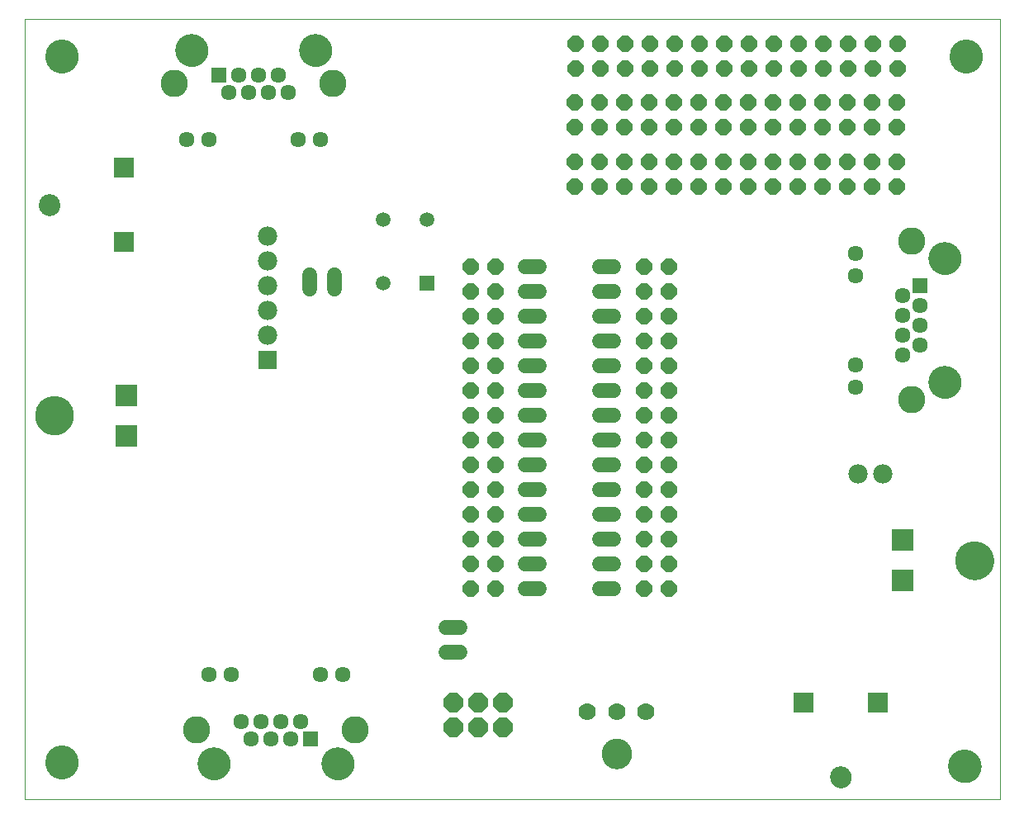
<source format=gbs>
G75*
%MOIN*%
%OFA0B0*%
%FSLAX25Y25*%
%IPPOS*%
%LPD*%
%AMOC8*
5,1,8,0,0,1.08239X$1,22.5*
%
%ADD10C,0.00000*%
%ADD11OC8,0.07800*%
%ADD12OC8,0.06400*%
%ADD13R,0.07800X0.07800*%
%ADD14C,0.07800*%
%ADD15C,0.06000*%
%ADD16C,0.13400*%
%ADD17R,0.06337X0.06337*%
%ADD18C,0.06337*%
%ADD19C,0.13195*%
%ADD20C,0.11030*%
%ADD21C,0.05900*%
%ADD22R,0.05900X0.05900*%
%ADD23C,0.05900*%
%ADD24R,0.08668X0.08668*%
%ADD25C,0.15597*%
%ADD26C,0.08600*%
%ADD27R,0.07900X0.07900*%
%ADD28C,0.07000*%
%ADD29C,0.12211*%
D10*
X0096800Y0066800D02*
X0096800Y0381761D01*
X0490501Y0381761D01*
X0490501Y0066800D01*
X0096800Y0066800D01*
X0105300Y0081800D02*
X0105302Y0081961D01*
X0105308Y0082121D01*
X0105318Y0082282D01*
X0105332Y0082442D01*
X0105350Y0082602D01*
X0105371Y0082761D01*
X0105397Y0082920D01*
X0105427Y0083078D01*
X0105460Y0083235D01*
X0105498Y0083392D01*
X0105539Y0083547D01*
X0105584Y0083701D01*
X0105633Y0083854D01*
X0105686Y0084006D01*
X0105742Y0084157D01*
X0105803Y0084306D01*
X0105866Y0084454D01*
X0105934Y0084600D01*
X0106005Y0084744D01*
X0106079Y0084886D01*
X0106157Y0085027D01*
X0106239Y0085165D01*
X0106324Y0085302D01*
X0106412Y0085436D01*
X0106504Y0085568D01*
X0106599Y0085698D01*
X0106697Y0085826D01*
X0106798Y0085951D01*
X0106902Y0086073D01*
X0107009Y0086193D01*
X0107119Y0086310D01*
X0107232Y0086425D01*
X0107348Y0086536D01*
X0107467Y0086645D01*
X0107588Y0086750D01*
X0107712Y0086853D01*
X0107838Y0086953D01*
X0107966Y0087049D01*
X0108097Y0087142D01*
X0108231Y0087232D01*
X0108366Y0087319D01*
X0108504Y0087402D01*
X0108643Y0087482D01*
X0108785Y0087558D01*
X0108928Y0087631D01*
X0109073Y0087700D01*
X0109220Y0087766D01*
X0109368Y0087828D01*
X0109518Y0087886D01*
X0109669Y0087941D01*
X0109822Y0087992D01*
X0109976Y0088039D01*
X0110131Y0088082D01*
X0110287Y0088121D01*
X0110443Y0088157D01*
X0110601Y0088188D01*
X0110759Y0088216D01*
X0110918Y0088240D01*
X0111078Y0088260D01*
X0111238Y0088276D01*
X0111398Y0088288D01*
X0111559Y0088296D01*
X0111720Y0088300D01*
X0111880Y0088300D01*
X0112041Y0088296D01*
X0112202Y0088288D01*
X0112362Y0088276D01*
X0112522Y0088260D01*
X0112682Y0088240D01*
X0112841Y0088216D01*
X0112999Y0088188D01*
X0113157Y0088157D01*
X0113313Y0088121D01*
X0113469Y0088082D01*
X0113624Y0088039D01*
X0113778Y0087992D01*
X0113931Y0087941D01*
X0114082Y0087886D01*
X0114232Y0087828D01*
X0114380Y0087766D01*
X0114527Y0087700D01*
X0114672Y0087631D01*
X0114815Y0087558D01*
X0114957Y0087482D01*
X0115096Y0087402D01*
X0115234Y0087319D01*
X0115369Y0087232D01*
X0115503Y0087142D01*
X0115634Y0087049D01*
X0115762Y0086953D01*
X0115888Y0086853D01*
X0116012Y0086750D01*
X0116133Y0086645D01*
X0116252Y0086536D01*
X0116368Y0086425D01*
X0116481Y0086310D01*
X0116591Y0086193D01*
X0116698Y0086073D01*
X0116802Y0085951D01*
X0116903Y0085826D01*
X0117001Y0085698D01*
X0117096Y0085568D01*
X0117188Y0085436D01*
X0117276Y0085302D01*
X0117361Y0085165D01*
X0117443Y0085027D01*
X0117521Y0084886D01*
X0117595Y0084744D01*
X0117666Y0084600D01*
X0117734Y0084454D01*
X0117797Y0084306D01*
X0117858Y0084157D01*
X0117914Y0084006D01*
X0117967Y0083854D01*
X0118016Y0083701D01*
X0118061Y0083547D01*
X0118102Y0083392D01*
X0118140Y0083235D01*
X0118173Y0083078D01*
X0118203Y0082920D01*
X0118229Y0082761D01*
X0118250Y0082602D01*
X0118268Y0082442D01*
X0118282Y0082282D01*
X0118292Y0082121D01*
X0118298Y0081961D01*
X0118300Y0081800D01*
X0118298Y0081639D01*
X0118292Y0081479D01*
X0118282Y0081318D01*
X0118268Y0081158D01*
X0118250Y0080998D01*
X0118229Y0080839D01*
X0118203Y0080680D01*
X0118173Y0080522D01*
X0118140Y0080365D01*
X0118102Y0080208D01*
X0118061Y0080053D01*
X0118016Y0079899D01*
X0117967Y0079746D01*
X0117914Y0079594D01*
X0117858Y0079443D01*
X0117797Y0079294D01*
X0117734Y0079146D01*
X0117666Y0079000D01*
X0117595Y0078856D01*
X0117521Y0078714D01*
X0117443Y0078573D01*
X0117361Y0078435D01*
X0117276Y0078298D01*
X0117188Y0078164D01*
X0117096Y0078032D01*
X0117001Y0077902D01*
X0116903Y0077774D01*
X0116802Y0077649D01*
X0116698Y0077527D01*
X0116591Y0077407D01*
X0116481Y0077290D01*
X0116368Y0077175D01*
X0116252Y0077064D01*
X0116133Y0076955D01*
X0116012Y0076850D01*
X0115888Y0076747D01*
X0115762Y0076647D01*
X0115634Y0076551D01*
X0115503Y0076458D01*
X0115369Y0076368D01*
X0115234Y0076281D01*
X0115096Y0076198D01*
X0114957Y0076118D01*
X0114815Y0076042D01*
X0114672Y0075969D01*
X0114527Y0075900D01*
X0114380Y0075834D01*
X0114232Y0075772D01*
X0114082Y0075714D01*
X0113931Y0075659D01*
X0113778Y0075608D01*
X0113624Y0075561D01*
X0113469Y0075518D01*
X0113313Y0075479D01*
X0113157Y0075443D01*
X0112999Y0075412D01*
X0112841Y0075384D01*
X0112682Y0075360D01*
X0112522Y0075340D01*
X0112362Y0075324D01*
X0112202Y0075312D01*
X0112041Y0075304D01*
X0111880Y0075300D01*
X0111720Y0075300D01*
X0111559Y0075304D01*
X0111398Y0075312D01*
X0111238Y0075324D01*
X0111078Y0075340D01*
X0110918Y0075360D01*
X0110759Y0075384D01*
X0110601Y0075412D01*
X0110443Y0075443D01*
X0110287Y0075479D01*
X0110131Y0075518D01*
X0109976Y0075561D01*
X0109822Y0075608D01*
X0109669Y0075659D01*
X0109518Y0075714D01*
X0109368Y0075772D01*
X0109220Y0075834D01*
X0109073Y0075900D01*
X0108928Y0075969D01*
X0108785Y0076042D01*
X0108643Y0076118D01*
X0108504Y0076198D01*
X0108366Y0076281D01*
X0108231Y0076368D01*
X0108097Y0076458D01*
X0107966Y0076551D01*
X0107838Y0076647D01*
X0107712Y0076747D01*
X0107588Y0076850D01*
X0107467Y0076955D01*
X0107348Y0077064D01*
X0107232Y0077175D01*
X0107119Y0077290D01*
X0107009Y0077407D01*
X0106902Y0077527D01*
X0106798Y0077649D01*
X0106697Y0077774D01*
X0106599Y0077902D01*
X0106504Y0078032D01*
X0106412Y0078164D01*
X0106324Y0078298D01*
X0106239Y0078435D01*
X0106157Y0078573D01*
X0106079Y0078714D01*
X0106005Y0078856D01*
X0105934Y0079000D01*
X0105866Y0079146D01*
X0105803Y0079294D01*
X0105742Y0079443D01*
X0105686Y0079594D01*
X0105633Y0079746D01*
X0105584Y0079899D01*
X0105539Y0080053D01*
X0105498Y0080208D01*
X0105460Y0080365D01*
X0105427Y0080522D01*
X0105397Y0080680D01*
X0105371Y0080839D01*
X0105350Y0080998D01*
X0105332Y0081158D01*
X0105318Y0081318D01*
X0105308Y0081479D01*
X0105302Y0081639D01*
X0105300Y0081800D01*
X0166902Y0081300D02*
X0166904Y0081460D01*
X0166910Y0081619D01*
X0166920Y0081778D01*
X0166934Y0081937D01*
X0166952Y0082096D01*
X0166973Y0082254D01*
X0166999Y0082411D01*
X0167029Y0082568D01*
X0167062Y0082724D01*
X0167100Y0082879D01*
X0167141Y0083033D01*
X0167186Y0083186D01*
X0167235Y0083338D01*
X0167288Y0083488D01*
X0167344Y0083637D01*
X0167404Y0083785D01*
X0167468Y0083931D01*
X0167536Y0084076D01*
X0167607Y0084219D01*
X0167681Y0084360D01*
X0167759Y0084499D01*
X0167841Y0084636D01*
X0167926Y0084771D01*
X0168014Y0084904D01*
X0168105Y0085035D01*
X0168200Y0085163D01*
X0168298Y0085289D01*
X0168399Y0085413D01*
X0168503Y0085533D01*
X0168610Y0085652D01*
X0168720Y0085767D01*
X0168833Y0085880D01*
X0168948Y0085990D01*
X0169067Y0086097D01*
X0169187Y0086201D01*
X0169311Y0086302D01*
X0169437Y0086400D01*
X0169565Y0086495D01*
X0169696Y0086586D01*
X0169829Y0086674D01*
X0169964Y0086759D01*
X0170101Y0086841D01*
X0170240Y0086919D01*
X0170381Y0086993D01*
X0170524Y0087064D01*
X0170669Y0087132D01*
X0170815Y0087196D01*
X0170963Y0087256D01*
X0171112Y0087312D01*
X0171262Y0087365D01*
X0171414Y0087414D01*
X0171567Y0087459D01*
X0171721Y0087500D01*
X0171876Y0087538D01*
X0172032Y0087571D01*
X0172189Y0087601D01*
X0172346Y0087627D01*
X0172504Y0087648D01*
X0172663Y0087666D01*
X0172822Y0087680D01*
X0172981Y0087690D01*
X0173140Y0087696D01*
X0173300Y0087698D01*
X0173460Y0087696D01*
X0173619Y0087690D01*
X0173778Y0087680D01*
X0173937Y0087666D01*
X0174096Y0087648D01*
X0174254Y0087627D01*
X0174411Y0087601D01*
X0174568Y0087571D01*
X0174724Y0087538D01*
X0174879Y0087500D01*
X0175033Y0087459D01*
X0175186Y0087414D01*
X0175338Y0087365D01*
X0175488Y0087312D01*
X0175637Y0087256D01*
X0175785Y0087196D01*
X0175931Y0087132D01*
X0176076Y0087064D01*
X0176219Y0086993D01*
X0176360Y0086919D01*
X0176499Y0086841D01*
X0176636Y0086759D01*
X0176771Y0086674D01*
X0176904Y0086586D01*
X0177035Y0086495D01*
X0177163Y0086400D01*
X0177289Y0086302D01*
X0177413Y0086201D01*
X0177533Y0086097D01*
X0177652Y0085990D01*
X0177767Y0085880D01*
X0177880Y0085767D01*
X0177990Y0085652D01*
X0178097Y0085533D01*
X0178201Y0085413D01*
X0178302Y0085289D01*
X0178400Y0085163D01*
X0178495Y0085035D01*
X0178586Y0084904D01*
X0178674Y0084771D01*
X0178759Y0084636D01*
X0178841Y0084499D01*
X0178919Y0084360D01*
X0178993Y0084219D01*
X0179064Y0084076D01*
X0179132Y0083931D01*
X0179196Y0083785D01*
X0179256Y0083637D01*
X0179312Y0083488D01*
X0179365Y0083338D01*
X0179414Y0083186D01*
X0179459Y0083033D01*
X0179500Y0082879D01*
X0179538Y0082724D01*
X0179571Y0082568D01*
X0179601Y0082411D01*
X0179627Y0082254D01*
X0179648Y0082096D01*
X0179666Y0081937D01*
X0179680Y0081778D01*
X0179690Y0081619D01*
X0179696Y0081460D01*
X0179698Y0081300D01*
X0179696Y0081140D01*
X0179690Y0080981D01*
X0179680Y0080822D01*
X0179666Y0080663D01*
X0179648Y0080504D01*
X0179627Y0080346D01*
X0179601Y0080189D01*
X0179571Y0080032D01*
X0179538Y0079876D01*
X0179500Y0079721D01*
X0179459Y0079567D01*
X0179414Y0079414D01*
X0179365Y0079262D01*
X0179312Y0079112D01*
X0179256Y0078963D01*
X0179196Y0078815D01*
X0179132Y0078669D01*
X0179064Y0078524D01*
X0178993Y0078381D01*
X0178919Y0078240D01*
X0178841Y0078101D01*
X0178759Y0077964D01*
X0178674Y0077829D01*
X0178586Y0077696D01*
X0178495Y0077565D01*
X0178400Y0077437D01*
X0178302Y0077311D01*
X0178201Y0077187D01*
X0178097Y0077067D01*
X0177990Y0076948D01*
X0177880Y0076833D01*
X0177767Y0076720D01*
X0177652Y0076610D01*
X0177533Y0076503D01*
X0177413Y0076399D01*
X0177289Y0076298D01*
X0177163Y0076200D01*
X0177035Y0076105D01*
X0176904Y0076014D01*
X0176771Y0075926D01*
X0176636Y0075841D01*
X0176499Y0075759D01*
X0176360Y0075681D01*
X0176219Y0075607D01*
X0176076Y0075536D01*
X0175931Y0075468D01*
X0175785Y0075404D01*
X0175637Y0075344D01*
X0175488Y0075288D01*
X0175338Y0075235D01*
X0175186Y0075186D01*
X0175033Y0075141D01*
X0174879Y0075100D01*
X0174724Y0075062D01*
X0174568Y0075029D01*
X0174411Y0074999D01*
X0174254Y0074973D01*
X0174096Y0074952D01*
X0173937Y0074934D01*
X0173778Y0074920D01*
X0173619Y0074910D01*
X0173460Y0074904D01*
X0173300Y0074902D01*
X0173140Y0074904D01*
X0172981Y0074910D01*
X0172822Y0074920D01*
X0172663Y0074934D01*
X0172504Y0074952D01*
X0172346Y0074973D01*
X0172189Y0074999D01*
X0172032Y0075029D01*
X0171876Y0075062D01*
X0171721Y0075100D01*
X0171567Y0075141D01*
X0171414Y0075186D01*
X0171262Y0075235D01*
X0171112Y0075288D01*
X0170963Y0075344D01*
X0170815Y0075404D01*
X0170669Y0075468D01*
X0170524Y0075536D01*
X0170381Y0075607D01*
X0170240Y0075681D01*
X0170101Y0075759D01*
X0169964Y0075841D01*
X0169829Y0075926D01*
X0169696Y0076014D01*
X0169565Y0076105D01*
X0169437Y0076200D01*
X0169311Y0076298D01*
X0169187Y0076399D01*
X0169067Y0076503D01*
X0168948Y0076610D01*
X0168833Y0076720D01*
X0168720Y0076833D01*
X0168610Y0076948D01*
X0168503Y0077067D01*
X0168399Y0077187D01*
X0168298Y0077311D01*
X0168200Y0077437D01*
X0168105Y0077565D01*
X0168014Y0077696D01*
X0167926Y0077829D01*
X0167841Y0077964D01*
X0167759Y0078101D01*
X0167681Y0078240D01*
X0167607Y0078381D01*
X0167536Y0078524D01*
X0167468Y0078669D01*
X0167404Y0078815D01*
X0167344Y0078963D01*
X0167288Y0079112D01*
X0167235Y0079262D01*
X0167186Y0079414D01*
X0167141Y0079567D01*
X0167100Y0079721D01*
X0167062Y0079876D01*
X0167029Y0080032D01*
X0166999Y0080189D01*
X0166973Y0080346D01*
X0166952Y0080504D01*
X0166934Y0080663D01*
X0166920Y0080822D01*
X0166910Y0080981D01*
X0166904Y0081140D01*
X0166902Y0081300D01*
X0216902Y0081300D02*
X0216904Y0081460D01*
X0216910Y0081619D01*
X0216920Y0081778D01*
X0216934Y0081937D01*
X0216952Y0082096D01*
X0216973Y0082254D01*
X0216999Y0082411D01*
X0217029Y0082568D01*
X0217062Y0082724D01*
X0217100Y0082879D01*
X0217141Y0083033D01*
X0217186Y0083186D01*
X0217235Y0083338D01*
X0217288Y0083488D01*
X0217344Y0083637D01*
X0217404Y0083785D01*
X0217468Y0083931D01*
X0217536Y0084076D01*
X0217607Y0084219D01*
X0217681Y0084360D01*
X0217759Y0084499D01*
X0217841Y0084636D01*
X0217926Y0084771D01*
X0218014Y0084904D01*
X0218105Y0085035D01*
X0218200Y0085163D01*
X0218298Y0085289D01*
X0218399Y0085413D01*
X0218503Y0085533D01*
X0218610Y0085652D01*
X0218720Y0085767D01*
X0218833Y0085880D01*
X0218948Y0085990D01*
X0219067Y0086097D01*
X0219187Y0086201D01*
X0219311Y0086302D01*
X0219437Y0086400D01*
X0219565Y0086495D01*
X0219696Y0086586D01*
X0219829Y0086674D01*
X0219964Y0086759D01*
X0220101Y0086841D01*
X0220240Y0086919D01*
X0220381Y0086993D01*
X0220524Y0087064D01*
X0220669Y0087132D01*
X0220815Y0087196D01*
X0220963Y0087256D01*
X0221112Y0087312D01*
X0221262Y0087365D01*
X0221414Y0087414D01*
X0221567Y0087459D01*
X0221721Y0087500D01*
X0221876Y0087538D01*
X0222032Y0087571D01*
X0222189Y0087601D01*
X0222346Y0087627D01*
X0222504Y0087648D01*
X0222663Y0087666D01*
X0222822Y0087680D01*
X0222981Y0087690D01*
X0223140Y0087696D01*
X0223300Y0087698D01*
X0223460Y0087696D01*
X0223619Y0087690D01*
X0223778Y0087680D01*
X0223937Y0087666D01*
X0224096Y0087648D01*
X0224254Y0087627D01*
X0224411Y0087601D01*
X0224568Y0087571D01*
X0224724Y0087538D01*
X0224879Y0087500D01*
X0225033Y0087459D01*
X0225186Y0087414D01*
X0225338Y0087365D01*
X0225488Y0087312D01*
X0225637Y0087256D01*
X0225785Y0087196D01*
X0225931Y0087132D01*
X0226076Y0087064D01*
X0226219Y0086993D01*
X0226360Y0086919D01*
X0226499Y0086841D01*
X0226636Y0086759D01*
X0226771Y0086674D01*
X0226904Y0086586D01*
X0227035Y0086495D01*
X0227163Y0086400D01*
X0227289Y0086302D01*
X0227413Y0086201D01*
X0227533Y0086097D01*
X0227652Y0085990D01*
X0227767Y0085880D01*
X0227880Y0085767D01*
X0227990Y0085652D01*
X0228097Y0085533D01*
X0228201Y0085413D01*
X0228302Y0085289D01*
X0228400Y0085163D01*
X0228495Y0085035D01*
X0228586Y0084904D01*
X0228674Y0084771D01*
X0228759Y0084636D01*
X0228841Y0084499D01*
X0228919Y0084360D01*
X0228993Y0084219D01*
X0229064Y0084076D01*
X0229132Y0083931D01*
X0229196Y0083785D01*
X0229256Y0083637D01*
X0229312Y0083488D01*
X0229365Y0083338D01*
X0229414Y0083186D01*
X0229459Y0083033D01*
X0229500Y0082879D01*
X0229538Y0082724D01*
X0229571Y0082568D01*
X0229601Y0082411D01*
X0229627Y0082254D01*
X0229648Y0082096D01*
X0229666Y0081937D01*
X0229680Y0081778D01*
X0229690Y0081619D01*
X0229696Y0081460D01*
X0229698Y0081300D01*
X0229696Y0081140D01*
X0229690Y0080981D01*
X0229680Y0080822D01*
X0229666Y0080663D01*
X0229648Y0080504D01*
X0229627Y0080346D01*
X0229601Y0080189D01*
X0229571Y0080032D01*
X0229538Y0079876D01*
X0229500Y0079721D01*
X0229459Y0079567D01*
X0229414Y0079414D01*
X0229365Y0079262D01*
X0229312Y0079112D01*
X0229256Y0078963D01*
X0229196Y0078815D01*
X0229132Y0078669D01*
X0229064Y0078524D01*
X0228993Y0078381D01*
X0228919Y0078240D01*
X0228841Y0078101D01*
X0228759Y0077964D01*
X0228674Y0077829D01*
X0228586Y0077696D01*
X0228495Y0077565D01*
X0228400Y0077437D01*
X0228302Y0077311D01*
X0228201Y0077187D01*
X0228097Y0077067D01*
X0227990Y0076948D01*
X0227880Y0076833D01*
X0227767Y0076720D01*
X0227652Y0076610D01*
X0227533Y0076503D01*
X0227413Y0076399D01*
X0227289Y0076298D01*
X0227163Y0076200D01*
X0227035Y0076105D01*
X0226904Y0076014D01*
X0226771Y0075926D01*
X0226636Y0075841D01*
X0226499Y0075759D01*
X0226360Y0075681D01*
X0226219Y0075607D01*
X0226076Y0075536D01*
X0225931Y0075468D01*
X0225785Y0075404D01*
X0225637Y0075344D01*
X0225488Y0075288D01*
X0225338Y0075235D01*
X0225186Y0075186D01*
X0225033Y0075141D01*
X0224879Y0075100D01*
X0224724Y0075062D01*
X0224568Y0075029D01*
X0224411Y0074999D01*
X0224254Y0074973D01*
X0224096Y0074952D01*
X0223937Y0074934D01*
X0223778Y0074920D01*
X0223619Y0074910D01*
X0223460Y0074904D01*
X0223300Y0074902D01*
X0223140Y0074904D01*
X0222981Y0074910D01*
X0222822Y0074920D01*
X0222663Y0074934D01*
X0222504Y0074952D01*
X0222346Y0074973D01*
X0222189Y0074999D01*
X0222032Y0075029D01*
X0221876Y0075062D01*
X0221721Y0075100D01*
X0221567Y0075141D01*
X0221414Y0075186D01*
X0221262Y0075235D01*
X0221112Y0075288D01*
X0220963Y0075344D01*
X0220815Y0075404D01*
X0220669Y0075468D01*
X0220524Y0075536D01*
X0220381Y0075607D01*
X0220240Y0075681D01*
X0220101Y0075759D01*
X0219964Y0075841D01*
X0219829Y0075926D01*
X0219696Y0076014D01*
X0219565Y0076105D01*
X0219437Y0076200D01*
X0219311Y0076298D01*
X0219187Y0076399D01*
X0219067Y0076503D01*
X0218948Y0076610D01*
X0218833Y0076720D01*
X0218720Y0076833D01*
X0218610Y0076948D01*
X0218503Y0077067D01*
X0218399Y0077187D01*
X0218298Y0077311D01*
X0218200Y0077437D01*
X0218105Y0077565D01*
X0218014Y0077696D01*
X0217926Y0077829D01*
X0217841Y0077964D01*
X0217759Y0078101D01*
X0217681Y0078240D01*
X0217607Y0078381D01*
X0217536Y0078524D01*
X0217468Y0078669D01*
X0217404Y0078815D01*
X0217344Y0078963D01*
X0217288Y0079112D01*
X0217235Y0079262D01*
X0217186Y0079414D01*
X0217141Y0079567D01*
X0217100Y0079721D01*
X0217062Y0079876D01*
X0217029Y0080032D01*
X0216999Y0080189D01*
X0216973Y0080346D01*
X0216952Y0080504D01*
X0216934Y0080663D01*
X0216920Y0080822D01*
X0216910Y0080981D01*
X0216904Y0081140D01*
X0216902Y0081300D01*
X0329894Y0085300D02*
X0329896Y0085453D01*
X0329902Y0085607D01*
X0329912Y0085760D01*
X0329926Y0085912D01*
X0329944Y0086065D01*
X0329966Y0086216D01*
X0329991Y0086367D01*
X0330021Y0086518D01*
X0330055Y0086668D01*
X0330092Y0086816D01*
X0330133Y0086964D01*
X0330178Y0087110D01*
X0330227Y0087256D01*
X0330280Y0087400D01*
X0330336Y0087542D01*
X0330396Y0087683D01*
X0330460Y0087823D01*
X0330527Y0087961D01*
X0330598Y0088097D01*
X0330673Y0088231D01*
X0330750Y0088363D01*
X0330832Y0088493D01*
X0330916Y0088621D01*
X0331004Y0088747D01*
X0331095Y0088870D01*
X0331189Y0088991D01*
X0331287Y0089109D01*
X0331387Y0089225D01*
X0331491Y0089338D01*
X0331597Y0089449D01*
X0331706Y0089557D01*
X0331818Y0089662D01*
X0331932Y0089763D01*
X0332050Y0089862D01*
X0332169Y0089958D01*
X0332291Y0090051D01*
X0332416Y0090140D01*
X0332543Y0090227D01*
X0332672Y0090309D01*
X0332803Y0090389D01*
X0332936Y0090465D01*
X0333071Y0090538D01*
X0333208Y0090607D01*
X0333347Y0090672D01*
X0333487Y0090734D01*
X0333629Y0090792D01*
X0333772Y0090847D01*
X0333917Y0090898D01*
X0334063Y0090945D01*
X0334210Y0090988D01*
X0334358Y0091027D01*
X0334507Y0091063D01*
X0334657Y0091094D01*
X0334808Y0091122D01*
X0334959Y0091146D01*
X0335112Y0091166D01*
X0335264Y0091182D01*
X0335417Y0091194D01*
X0335570Y0091202D01*
X0335723Y0091206D01*
X0335877Y0091206D01*
X0336030Y0091202D01*
X0336183Y0091194D01*
X0336336Y0091182D01*
X0336488Y0091166D01*
X0336641Y0091146D01*
X0336792Y0091122D01*
X0336943Y0091094D01*
X0337093Y0091063D01*
X0337242Y0091027D01*
X0337390Y0090988D01*
X0337537Y0090945D01*
X0337683Y0090898D01*
X0337828Y0090847D01*
X0337971Y0090792D01*
X0338113Y0090734D01*
X0338253Y0090672D01*
X0338392Y0090607D01*
X0338529Y0090538D01*
X0338664Y0090465D01*
X0338797Y0090389D01*
X0338928Y0090309D01*
X0339057Y0090227D01*
X0339184Y0090140D01*
X0339309Y0090051D01*
X0339431Y0089958D01*
X0339550Y0089862D01*
X0339668Y0089763D01*
X0339782Y0089662D01*
X0339894Y0089557D01*
X0340003Y0089449D01*
X0340109Y0089338D01*
X0340213Y0089225D01*
X0340313Y0089109D01*
X0340411Y0088991D01*
X0340505Y0088870D01*
X0340596Y0088747D01*
X0340684Y0088621D01*
X0340768Y0088493D01*
X0340850Y0088363D01*
X0340927Y0088231D01*
X0341002Y0088097D01*
X0341073Y0087961D01*
X0341140Y0087823D01*
X0341204Y0087683D01*
X0341264Y0087542D01*
X0341320Y0087400D01*
X0341373Y0087256D01*
X0341422Y0087110D01*
X0341467Y0086964D01*
X0341508Y0086816D01*
X0341545Y0086668D01*
X0341579Y0086518D01*
X0341609Y0086367D01*
X0341634Y0086216D01*
X0341656Y0086065D01*
X0341674Y0085912D01*
X0341688Y0085760D01*
X0341698Y0085607D01*
X0341704Y0085453D01*
X0341706Y0085300D01*
X0341704Y0085147D01*
X0341698Y0084993D01*
X0341688Y0084840D01*
X0341674Y0084688D01*
X0341656Y0084535D01*
X0341634Y0084384D01*
X0341609Y0084233D01*
X0341579Y0084082D01*
X0341545Y0083932D01*
X0341508Y0083784D01*
X0341467Y0083636D01*
X0341422Y0083490D01*
X0341373Y0083344D01*
X0341320Y0083200D01*
X0341264Y0083058D01*
X0341204Y0082917D01*
X0341140Y0082777D01*
X0341073Y0082639D01*
X0341002Y0082503D01*
X0340927Y0082369D01*
X0340850Y0082237D01*
X0340768Y0082107D01*
X0340684Y0081979D01*
X0340596Y0081853D01*
X0340505Y0081730D01*
X0340411Y0081609D01*
X0340313Y0081491D01*
X0340213Y0081375D01*
X0340109Y0081262D01*
X0340003Y0081151D01*
X0339894Y0081043D01*
X0339782Y0080938D01*
X0339668Y0080837D01*
X0339550Y0080738D01*
X0339431Y0080642D01*
X0339309Y0080549D01*
X0339184Y0080460D01*
X0339057Y0080373D01*
X0338928Y0080291D01*
X0338797Y0080211D01*
X0338664Y0080135D01*
X0338529Y0080062D01*
X0338392Y0079993D01*
X0338253Y0079928D01*
X0338113Y0079866D01*
X0337971Y0079808D01*
X0337828Y0079753D01*
X0337683Y0079702D01*
X0337537Y0079655D01*
X0337390Y0079612D01*
X0337242Y0079573D01*
X0337093Y0079537D01*
X0336943Y0079506D01*
X0336792Y0079478D01*
X0336641Y0079454D01*
X0336488Y0079434D01*
X0336336Y0079418D01*
X0336183Y0079406D01*
X0336030Y0079398D01*
X0335877Y0079394D01*
X0335723Y0079394D01*
X0335570Y0079398D01*
X0335417Y0079406D01*
X0335264Y0079418D01*
X0335112Y0079434D01*
X0334959Y0079454D01*
X0334808Y0079478D01*
X0334657Y0079506D01*
X0334507Y0079537D01*
X0334358Y0079573D01*
X0334210Y0079612D01*
X0334063Y0079655D01*
X0333917Y0079702D01*
X0333772Y0079753D01*
X0333629Y0079808D01*
X0333487Y0079866D01*
X0333347Y0079928D01*
X0333208Y0079993D01*
X0333071Y0080062D01*
X0332936Y0080135D01*
X0332803Y0080211D01*
X0332672Y0080291D01*
X0332543Y0080373D01*
X0332416Y0080460D01*
X0332291Y0080549D01*
X0332169Y0080642D01*
X0332050Y0080738D01*
X0331932Y0080837D01*
X0331818Y0080938D01*
X0331706Y0081043D01*
X0331597Y0081151D01*
X0331491Y0081262D01*
X0331387Y0081375D01*
X0331287Y0081491D01*
X0331189Y0081609D01*
X0331095Y0081730D01*
X0331004Y0081853D01*
X0330916Y0081979D01*
X0330832Y0082107D01*
X0330750Y0082237D01*
X0330673Y0082369D01*
X0330598Y0082503D01*
X0330527Y0082639D01*
X0330460Y0082777D01*
X0330396Y0082917D01*
X0330336Y0083058D01*
X0330280Y0083200D01*
X0330227Y0083344D01*
X0330178Y0083490D01*
X0330133Y0083636D01*
X0330092Y0083784D01*
X0330055Y0083932D01*
X0330021Y0084082D01*
X0329991Y0084233D01*
X0329966Y0084384D01*
X0329944Y0084535D01*
X0329926Y0084688D01*
X0329912Y0084840D01*
X0329902Y0084993D01*
X0329896Y0085147D01*
X0329894Y0085300D01*
X0422200Y0075800D02*
X0422202Y0075928D01*
X0422208Y0076055D01*
X0422218Y0076182D01*
X0422232Y0076309D01*
X0422249Y0076435D01*
X0422271Y0076561D01*
X0422297Y0076686D01*
X0422326Y0076810D01*
X0422360Y0076933D01*
X0422397Y0077055D01*
X0422438Y0077176D01*
X0422482Y0077295D01*
X0422531Y0077413D01*
X0422583Y0077530D01*
X0422638Y0077644D01*
X0422697Y0077757D01*
X0422760Y0077868D01*
X0422826Y0077977D01*
X0422895Y0078084D01*
X0422968Y0078189D01*
X0423044Y0078292D01*
X0423123Y0078392D01*
X0423205Y0078489D01*
X0423290Y0078584D01*
X0423378Y0078677D01*
X0423469Y0078766D01*
X0423563Y0078853D01*
X0423659Y0078936D01*
X0423758Y0079017D01*
X0423859Y0079094D01*
X0423963Y0079169D01*
X0424069Y0079240D01*
X0424177Y0079307D01*
X0424287Y0079372D01*
X0424399Y0079433D01*
X0424513Y0079490D01*
X0424628Y0079544D01*
X0424746Y0079594D01*
X0424864Y0079640D01*
X0424985Y0079683D01*
X0425106Y0079722D01*
X0425229Y0079758D01*
X0425352Y0079789D01*
X0425477Y0079816D01*
X0425602Y0079840D01*
X0425728Y0079860D01*
X0425855Y0079876D01*
X0425981Y0079888D01*
X0426109Y0079896D01*
X0426236Y0079900D01*
X0426364Y0079900D01*
X0426491Y0079896D01*
X0426619Y0079888D01*
X0426745Y0079876D01*
X0426872Y0079860D01*
X0426998Y0079840D01*
X0427123Y0079816D01*
X0427248Y0079789D01*
X0427371Y0079758D01*
X0427494Y0079722D01*
X0427615Y0079683D01*
X0427736Y0079640D01*
X0427854Y0079594D01*
X0427972Y0079544D01*
X0428087Y0079490D01*
X0428201Y0079433D01*
X0428313Y0079372D01*
X0428423Y0079307D01*
X0428531Y0079240D01*
X0428637Y0079169D01*
X0428741Y0079094D01*
X0428842Y0079017D01*
X0428941Y0078936D01*
X0429037Y0078853D01*
X0429131Y0078766D01*
X0429222Y0078677D01*
X0429310Y0078584D01*
X0429395Y0078489D01*
X0429477Y0078392D01*
X0429556Y0078292D01*
X0429632Y0078189D01*
X0429705Y0078084D01*
X0429774Y0077977D01*
X0429840Y0077868D01*
X0429903Y0077757D01*
X0429962Y0077644D01*
X0430017Y0077530D01*
X0430069Y0077413D01*
X0430118Y0077295D01*
X0430162Y0077176D01*
X0430203Y0077055D01*
X0430240Y0076933D01*
X0430274Y0076810D01*
X0430303Y0076686D01*
X0430329Y0076561D01*
X0430351Y0076435D01*
X0430368Y0076309D01*
X0430382Y0076182D01*
X0430392Y0076055D01*
X0430398Y0075928D01*
X0430400Y0075800D01*
X0430398Y0075672D01*
X0430392Y0075545D01*
X0430382Y0075418D01*
X0430368Y0075291D01*
X0430351Y0075165D01*
X0430329Y0075039D01*
X0430303Y0074914D01*
X0430274Y0074790D01*
X0430240Y0074667D01*
X0430203Y0074545D01*
X0430162Y0074424D01*
X0430118Y0074305D01*
X0430069Y0074187D01*
X0430017Y0074070D01*
X0429962Y0073956D01*
X0429903Y0073843D01*
X0429840Y0073732D01*
X0429774Y0073623D01*
X0429705Y0073516D01*
X0429632Y0073411D01*
X0429556Y0073308D01*
X0429477Y0073208D01*
X0429395Y0073111D01*
X0429310Y0073016D01*
X0429222Y0072923D01*
X0429131Y0072834D01*
X0429037Y0072747D01*
X0428941Y0072664D01*
X0428842Y0072583D01*
X0428741Y0072506D01*
X0428637Y0072431D01*
X0428531Y0072360D01*
X0428423Y0072293D01*
X0428313Y0072228D01*
X0428201Y0072167D01*
X0428087Y0072110D01*
X0427972Y0072056D01*
X0427854Y0072006D01*
X0427736Y0071960D01*
X0427615Y0071917D01*
X0427494Y0071878D01*
X0427371Y0071842D01*
X0427248Y0071811D01*
X0427123Y0071784D01*
X0426998Y0071760D01*
X0426872Y0071740D01*
X0426745Y0071724D01*
X0426619Y0071712D01*
X0426491Y0071704D01*
X0426364Y0071700D01*
X0426236Y0071700D01*
X0426109Y0071704D01*
X0425981Y0071712D01*
X0425855Y0071724D01*
X0425728Y0071740D01*
X0425602Y0071760D01*
X0425477Y0071784D01*
X0425352Y0071811D01*
X0425229Y0071842D01*
X0425106Y0071878D01*
X0424985Y0071917D01*
X0424864Y0071960D01*
X0424746Y0072006D01*
X0424628Y0072056D01*
X0424513Y0072110D01*
X0424399Y0072167D01*
X0424287Y0072228D01*
X0424177Y0072293D01*
X0424069Y0072360D01*
X0423963Y0072431D01*
X0423859Y0072506D01*
X0423758Y0072583D01*
X0423659Y0072664D01*
X0423563Y0072747D01*
X0423469Y0072834D01*
X0423378Y0072923D01*
X0423290Y0073016D01*
X0423205Y0073111D01*
X0423123Y0073208D01*
X0423044Y0073308D01*
X0422968Y0073411D01*
X0422895Y0073516D01*
X0422826Y0073623D01*
X0422760Y0073732D01*
X0422697Y0073843D01*
X0422638Y0073956D01*
X0422583Y0074070D01*
X0422531Y0074187D01*
X0422482Y0074305D01*
X0422438Y0074424D01*
X0422397Y0074545D01*
X0422360Y0074667D01*
X0422326Y0074790D01*
X0422297Y0074914D01*
X0422271Y0075039D01*
X0422249Y0075165D01*
X0422232Y0075291D01*
X0422218Y0075418D01*
X0422208Y0075545D01*
X0422202Y0075672D01*
X0422200Y0075800D01*
X0469800Y0080300D02*
X0469802Y0080461D01*
X0469808Y0080621D01*
X0469818Y0080782D01*
X0469832Y0080942D01*
X0469850Y0081102D01*
X0469871Y0081261D01*
X0469897Y0081420D01*
X0469927Y0081578D01*
X0469960Y0081735D01*
X0469998Y0081892D01*
X0470039Y0082047D01*
X0470084Y0082201D01*
X0470133Y0082354D01*
X0470186Y0082506D01*
X0470242Y0082657D01*
X0470303Y0082806D01*
X0470366Y0082954D01*
X0470434Y0083100D01*
X0470505Y0083244D01*
X0470579Y0083386D01*
X0470657Y0083527D01*
X0470739Y0083665D01*
X0470824Y0083802D01*
X0470912Y0083936D01*
X0471004Y0084068D01*
X0471099Y0084198D01*
X0471197Y0084326D01*
X0471298Y0084451D01*
X0471402Y0084573D01*
X0471509Y0084693D01*
X0471619Y0084810D01*
X0471732Y0084925D01*
X0471848Y0085036D01*
X0471967Y0085145D01*
X0472088Y0085250D01*
X0472212Y0085353D01*
X0472338Y0085453D01*
X0472466Y0085549D01*
X0472597Y0085642D01*
X0472731Y0085732D01*
X0472866Y0085819D01*
X0473004Y0085902D01*
X0473143Y0085982D01*
X0473285Y0086058D01*
X0473428Y0086131D01*
X0473573Y0086200D01*
X0473720Y0086266D01*
X0473868Y0086328D01*
X0474018Y0086386D01*
X0474169Y0086441D01*
X0474322Y0086492D01*
X0474476Y0086539D01*
X0474631Y0086582D01*
X0474787Y0086621D01*
X0474943Y0086657D01*
X0475101Y0086688D01*
X0475259Y0086716D01*
X0475418Y0086740D01*
X0475578Y0086760D01*
X0475738Y0086776D01*
X0475898Y0086788D01*
X0476059Y0086796D01*
X0476220Y0086800D01*
X0476380Y0086800D01*
X0476541Y0086796D01*
X0476702Y0086788D01*
X0476862Y0086776D01*
X0477022Y0086760D01*
X0477182Y0086740D01*
X0477341Y0086716D01*
X0477499Y0086688D01*
X0477657Y0086657D01*
X0477813Y0086621D01*
X0477969Y0086582D01*
X0478124Y0086539D01*
X0478278Y0086492D01*
X0478431Y0086441D01*
X0478582Y0086386D01*
X0478732Y0086328D01*
X0478880Y0086266D01*
X0479027Y0086200D01*
X0479172Y0086131D01*
X0479315Y0086058D01*
X0479457Y0085982D01*
X0479596Y0085902D01*
X0479734Y0085819D01*
X0479869Y0085732D01*
X0480003Y0085642D01*
X0480134Y0085549D01*
X0480262Y0085453D01*
X0480388Y0085353D01*
X0480512Y0085250D01*
X0480633Y0085145D01*
X0480752Y0085036D01*
X0480868Y0084925D01*
X0480981Y0084810D01*
X0481091Y0084693D01*
X0481198Y0084573D01*
X0481302Y0084451D01*
X0481403Y0084326D01*
X0481501Y0084198D01*
X0481596Y0084068D01*
X0481688Y0083936D01*
X0481776Y0083802D01*
X0481861Y0083665D01*
X0481943Y0083527D01*
X0482021Y0083386D01*
X0482095Y0083244D01*
X0482166Y0083100D01*
X0482234Y0082954D01*
X0482297Y0082806D01*
X0482358Y0082657D01*
X0482414Y0082506D01*
X0482467Y0082354D01*
X0482516Y0082201D01*
X0482561Y0082047D01*
X0482602Y0081892D01*
X0482640Y0081735D01*
X0482673Y0081578D01*
X0482703Y0081420D01*
X0482729Y0081261D01*
X0482750Y0081102D01*
X0482768Y0080942D01*
X0482782Y0080782D01*
X0482792Y0080621D01*
X0482798Y0080461D01*
X0482800Y0080300D01*
X0482798Y0080139D01*
X0482792Y0079979D01*
X0482782Y0079818D01*
X0482768Y0079658D01*
X0482750Y0079498D01*
X0482729Y0079339D01*
X0482703Y0079180D01*
X0482673Y0079022D01*
X0482640Y0078865D01*
X0482602Y0078708D01*
X0482561Y0078553D01*
X0482516Y0078399D01*
X0482467Y0078246D01*
X0482414Y0078094D01*
X0482358Y0077943D01*
X0482297Y0077794D01*
X0482234Y0077646D01*
X0482166Y0077500D01*
X0482095Y0077356D01*
X0482021Y0077214D01*
X0481943Y0077073D01*
X0481861Y0076935D01*
X0481776Y0076798D01*
X0481688Y0076664D01*
X0481596Y0076532D01*
X0481501Y0076402D01*
X0481403Y0076274D01*
X0481302Y0076149D01*
X0481198Y0076027D01*
X0481091Y0075907D01*
X0480981Y0075790D01*
X0480868Y0075675D01*
X0480752Y0075564D01*
X0480633Y0075455D01*
X0480512Y0075350D01*
X0480388Y0075247D01*
X0480262Y0075147D01*
X0480134Y0075051D01*
X0480003Y0074958D01*
X0479869Y0074868D01*
X0479734Y0074781D01*
X0479596Y0074698D01*
X0479457Y0074618D01*
X0479315Y0074542D01*
X0479172Y0074469D01*
X0479027Y0074400D01*
X0478880Y0074334D01*
X0478732Y0074272D01*
X0478582Y0074214D01*
X0478431Y0074159D01*
X0478278Y0074108D01*
X0478124Y0074061D01*
X0477969Y0074018D01*
X0477813Y0073979D01*
X0477657Y0073943D01*
X0477499Y0073912D01*
X0477341Y0073884D01*
X0477182Y0073860D01*
X0477022Y0073840D01*
X0476862Y0073824D01*
X0476702Y0073812D01*
X0476541Y0073804D01*
X0476380Y0073800D01*
X0476220Y0073800D01*
X0476059Y0073804D01*
X0475898Y0073812D01*
X0475738Y0073824D01*
X0475578Y0073840D01*
X0475418Y0073860D01*
X0475259Y0073884D01*
X0475101Y0073912D01*
X0474943Y0073943D01*
X0474787Y0073979D01*
X0474631Y0074018D01*
X0474476Y0074061D01*
X0474322Y0074108D01*
X0474169Y0074159D01*
X0474018Y0074214D01*
X0473868Y0074272D01*
X0473720Y0074334D01*
X0473573Y0074400D01*
X0473428Y0074469D01*
X0473285Y0074542D01*
X0473143Y0074618D01*
X0473004Y0074698D01*
X0472866Y0074781D01*
X0472731Y0074868D01*
X0472597Y0074958D01*
X0472466Y0075051D01*
X0472338Y0075147D01*
X0472212Y0075247D01*
X0472088Y0075350D01*
X0471967Y0075455D01*
X0471848Y0075564D01*
X0471732Y0075675D01*
X0471619Y0075790D01*
X0471509Y0075907D01*
X0471402Y0076027D01*
X0471298Y0076149D01*
X0471197Y0076274D01*
X0471099Y0076402D01*
X0471004Y0076532D01*
X0470912Y0076664D01*
X0470824Y0076798D01*
X0470739Y0076935D01*
X0470657Y0077073D01*
X0470579Y0077214D01*
X0470505Y0077356D01*
X0470434Y0077500D01*
X0470366Y0077646D01*
X0470303Y0077794D01*
X0470242Y0077943D01*
X0470186Y0078094D01*
X0470133Y0078246D01*
X0470084Y0078399D01*
X0470039Y0078553D01*
X0469998Y0078708D01*
X0469960Y0078865D01*
X0469927Y0079022D01*
X0469897Y0079180D01*
X0469871Y0079339D01*
X0469850Y0079498D01*
X0469832Y0079658D01*
X0469818Y0079818D01*
X0469808Y0079979D01*
X0469802Y0080139D01*
X0469800Y0080300D01*
X0472694Y0163300D02*
X0472696Y0163486D01*
X0472703Y0163673D01*
X0472715Y0163859D01*
X0472731Y0164045D01*
X0472751Y0164230D01*
X0472776Y0164415D01*
X0472806Y0164599D01*
X0472840Y0164782D01*
X0472879Y0164965D01*
X0472922Y0165146D01*
X0472969Y0165326D01*
X0473021Y0165506D01*
X0473077Y0165683D01*
X0473138Y0165860D01*
X0473203Y0166034D01*
X0473272Y0166208D01*
X0473346Y0166379D01*
X0473423Y0166549D01*
X0473505Y0166716D01*
X0473591Y0166882D01*
X0473681Y0167045D01*
X0473775Y0167206D01*
X0473873Y0167365D01*
X0473974Y0167521D01*
X0474080Y0167675D01*
X0474189Y0167826D01*
X0474302Y0167975D01*
X0474419Y0168120D01*
X0474539Y0168263D01*
X0474662Y0168403D01*
X0474789Y0168539D01*
X0474919Y0168673D01*
X0475053Y0168803D01*
X0475189Y0168930D01*
X0475329Y0169053D01*
X0475472Y0169173D01*
X0475617Y0169290D01*
X0475766Y0169403D01*
X0475917Y0169512D01*
X0476071Y0169618D01*
X0476227Y0169719D01*
X0476386Y0169817D01*
X0476547Y0169911D01*
X0476710Y0170001D01*
X0476876Y0170087D01*
X0477043Y0170169D01*
X0477213Y0170246D01*
X0477384Y0170320D01*
X0477558Y0170389D01*
X0477732Y0170454D01*
X0477909Y0170515D01*
X0478086Y0170571D01*
X0478266Y0170623D01*
X0478446Y0170670D01*
X0478627Y0170713D01*
X0478810Y0170752D01*
X0478993Y0170786D01*
X0479177Y0170816D01*
X0479362Y0170841D01*
X0479547Y0170861D01*
X0479733Y0170877D01*
X0479919Y0170889D01*
X0480106Y0170896D01*
X0480292Y0170898D01*
X0480478Y0170896D01*
X0480665Y0170889D01*
X0480851Y0170877D01*
X0481037Y0170861D01*
X0481222Y0170841D01*
X0481407Y0170816D01*
X0481591Y0170786D01*
X0481774Y0170752D01*
X0481957Y0170713D01*
X0482138Y0170670D01*
X0482318Y0170623D01*
X0482498Y0170571D01*
X0482675Y0170515D01*
X0482852Y0170454D01*
X0483026Y0170389D01*
X0483200Y0170320D01*
X0483371Y0170246D01*
X0483541Y0170169D01*
X0483708Y0170087D01*
X0483874Y0170001D01*
X0484037Y0169911D01*
X0484198Y0169817D01*
X0484357Y0169719D01*
X0484513Y0169618D01*
X0484667Y0169512D01*
X0484818Y0169403D01*
X0484967Y0169290D01*
X0485112Y0169173D01*
X0485255Y0169053D01*
X0485395Y0168930D01*
X0485531Y0168803D01*
X0485665Y0168673D01*
X0485795Y0168539D01*
X0485922Y0168403D01*
X0486045Y0168263D01*
X0486165Y0168120D01*
X0486282Y0167975D01*
X0486395Y0167826D01*
X0486504Y0167675D01*
X0486610Y0167521D01*
X0486711Y0167365D01*
X0486809Y0167206D01*
X0486903Y0167045D01*
X0486993Y0166882D01*
X0487079Y0166716D01*
X0487161Y0166549D01*
X0487238Y0166379D01*
X0487312Y0166208D01*
X0487381Y0166034D01*
X0487446Y0165860D01*
X0487507Y0165683D01*
X0487563Y0165506D01*
X0487615Y0165326D01*
X0487662Y0165146D01*
X0487705Y0164965D01*
X0487744Y0164782D01*
X0487778Y0164599D01*
X0487808Y0164415D01*
X0487833Y0164230D01*
X0487853Y0164045D01*
X0487869Y0163859D01*
X0487881Y0163673D01*
X0487888Y0163486D01*
X0487890Y0163300D01*
X0487888Y0163114D01*
X0487881Y0162927D01*
X0487869Y0162741D01*
X0487853Y0162555D01*
X0487833Y0162370D01*
X0487808Y0162185D01*
X0487778Y0162001D01*
X0487744Y0161818D01*
X0487705Y0161635D01*
X0487662Y0161454D01*
X0487615Y0161274D01*
X0487563Y0161094D01*
X0487507Y0160917D01*
X0487446Y0160740D01*
X0487381Y0160566D01*
X0487312Y0160392D01*
X0487238Y0160221D01*
X0487161Y0160051D01*
X0487079Y0159884D01*
X0486993Y0159718D01*
X0486903Y0159555D01*
X0486809Y0159394D01*
X0486711Y0159235D01*
X0486610Y0159079D01*
X0486504Y0158925D01*
X0486395Y0158774D01*
X0486282Y0158625D01*
X0486165Y0158480D01*
X0486045Y0158337D01*
X0485922Y0158197D01*
X0485795Y0158061D01*
X0485665Y0157927D01*
X0485531Y0157797D01*
X0485395Y0157670D01*
X0485255Y0157547D01*
X0485112Y0157427D01*
X0484967Y0157310D01*
X0484818Y0157197D01*
X0484667Y0157088D01*
X0484513Y0156982D01*
X0484357Y0156881D01*
X0484198Y0156783D01*
X0484037Y0156689D01*
X0483874Y0156599D01*
X0483708Y0156513D01*
X0483541Y0156431D01*
X0483371Y0156354D01*
X0483200Y0156280D01*
X0483026Y0156211D01*
X0482852Y0156146D01*
X0482675Y0156085D01*
X0482498Y0156029D01*
X0482318Y0155977D01*
X0482138Y0155930D01*
X0481957Y0155887D01*
X0481774Y0155848D01*
X0481591Y0155814D01*
X0481407Y0155784D01*
X0481222Y0155759D01*
X0481037Y0155739D01*
X0480851Y0155723D01*
X0480665Y0155711D01*
X0480478Y0155704D01*
X0480292Y0155702D01*
X0480106Y0155704D01*
X0479919Y0155711D01*
X0479733Y0155723D01*
X0479547Y0155739D01*
X0479362Y0155759D01*
X0479177Y0155784D01*
X0478993Y0155814D01*
X0478810Y0155848D01*
X0478627Y0155887D01*
X0478446Y0155930D01*
X0478266Y0155977D01*
X0478086Y0156029D01*
X0477909Y0156085D01*
X0477732Y0156146D01*
X0477558Y0156211D01*
X0477384Y0156280D01*
X0477213Y0156354D01*
X0477043Y0156431D01*
X0476876Y0156513D01*
X0476710Y0156599D01*
X0476547Y0156689D01*
X0476386Y0156783D01*
X0476227Y0156881D01*
X0476071Y0156982D01*
X0475917Y0157088D01*
X0475766Y0157197D01*
X0475617Y0157310D01*
X0475472Y0157427D01*
X0475329Y0157547D01*
X0475189Y0157670D01*
X0475053Y0157797D01*
X0474919Y0157927D01*
X0474789Y0158061D01*
X0474662Y0158197D01*
X0474539Y0158337D01*
X0474419Y0158480D01*
X0474302Y0158625D01*
X0474189Y0158774D01*
X0474080Y0158925D01*
X0473974Y0159079D01*
X0473873Y0159235D01*
X0473775Y0159394D01*
X0473681Y0159555D01*
X0473591Y0159718D01*
X0473505Y0159884D01*
X0473423Y0160051D01*
X0473346Y0160221D01*
X0473272Y0160392D01*
X0473203Y0160566D01*
X0473138Y0160740D01*
X0473077Y0160917D01*
X0473021Y0161094D01*
X0472969Y0161274D01*
X0472922Y0161454D01*
X0472879Y0161635D01*
X0472840Y0161818D01*
X0472806Y0162001D01*
X0472776Y0162185D01*
X0472751Y0162370D01*
X0472731Y0162555D01*
X0472715Y0162741D01*
X0472703Y0162927D01*
X0472696Y0163114D01*
X0472694Y0163300D01*
X0461902Y0235300D02*
X0461904Y0235460D01*
X0461910Y0235619D01*
X0461920Y0235778D01*
X0461934Y0235937D01*
X0461952Y0236096D01*
X0461973Y0236254D01*
X0461999Y0236411D01*
X0462029Y0236568D01*
X0462062Y0236724D01*
X0462100Y0236879D01*
X0462141Y0237033D01*
X0462186Y0237186D01*
X0462235Y0237338D01*
X0462288Y0237488D01*
X0462344Y0237637D01*
X0462404Y0237785D01*
X0462468Y0237931D01*
X0462536Y0238076D01*
X0462607Y0238219D01*
X0462681Y0238360D01*
X0462759Y0238499D01*
X0462841Y0238636D01*
X0462926Y0238771D01*
X0463014Y0238904D01*
X0463105Y0239035D01*
X0463200Y0239163D01*
X0463298Y0239289D01*
X0463399Y0239413D01*
X0463503Y0239533D01*
X0463610Y0239652D01*
X0463720Y0239767D01*
X0463833Y0239880D01*
X0463948Y0239990D01*
X0464067Y0240097D01*
X0464187Y0240201D01*
X0464311Y0240302D01*
X0464437Y0240400D01*
X0464565Y0240495D01*
X0464696Y0240586D01*
X0464829Y0240674D01*
X0464964Y0240759D01*
X0465101Y0240841D01*
X0465240Y0240919D01*
X0465381Y0240993D01*
X0465524Y0241064D01*
X0465669Y0241132D01*
X0465815Y0241196D01*
X0465963Y0241256D01*
X0466112Y0241312D01*
X0466262Y0241365D01*
X0466414Y0241414D01*
X0466567Y0241459D01*
X0466721Y0241500D01*
X0466876Y0241538D01*
X0467032Y0241571D01*
X0467189Y0241601D01*
X0467346Y0241627D01*
X0467504Y0241648D01*
X0467663Y0241666D01*
X0467822Y0241680D01*
X0467981Y0241690D01*
X0468140Y0241696D01*
X0468300Y0241698D01*
X0468460Y0241696D01*
X0468619Y0241690D01*
X0468778Y0241680D01*
X0468937Y0241666D01*
X0469096Y0241648D01*
X0469254Y0241627D01*
X0469411Y0241601D01*
X0469568Y0241571D01*
X0469724Y0241538D01*
X0469879Y0241500D01*
X0470033Y0241459D01*
X0470186Y0241414D01*
X0470338Y0241365D01*
X0470488Y0241312D01*
X0470637Y0241256D01*
X0470785Y0241196D01*
X0470931Y0241132D01*
X0471076Y0241064D01*
X0471219Y0240993D01*
X0471360Y0240919D01*
X0471499Y0240841D01*
X0471636Y0240759D01*
X0471771Y0240674D01*
X0471904Y0240586D01*
X0472035Y0240495D01*
X0472163Y0240400D01*
X0472289Y0240302D01*
X0472413Y0240201D01*
X0472533Y0240097D01*
X0472652Y0239990D01*
X0472767Y0239880D01*
X0472880Y0239767D01*
X0472990Y0239652D01*
X0473097Y0239533D01*
X0473201Y0239413D01*
X0473302Y0239289D01*
X0473400Y0239163D01*
X0473495Y0239035D01*
X0473586Y0238904D01*
X0473674Y0238771D01*
X0473759Y0238636D01*
X0473841Y0238499D01*
X0473919Y0238360D01*
X0473993Y0238219D01*
X0474064Y0238076D01*
X0474132Y0237931D01*
X0474196Y0237785D01*
X0474256Y0237637D01*
X0474312Y0237488D01*
X0474365Y0237338D01*
X0474414Y0237186D01*
X0474459Y0237033D01*
X0474500Y0236879D01*
X0474538Y0236724D01*
X0474571Y0236568D01*
X0474601Y0236411D01*
X0474627Y0236254D01*
X0474648Y0236096D01*
X0474666Y0235937D01*
X0474680Y0235778D01*
X0474690Y0235619D01*
X0474696Y0235460D01*
X0474698Y0235300D01*
X0474696Y0235140D01*
X0474690Y0234981D01*
X0474680Y0234822D01*
X0474666Y0234663D01*
X0474648Y0234504D01*
X0474627Y0234346D01*
X0474601Y0234189D01*
X0474571Y0234032D01*
X0474538Y0233876D01*
X0474500Y0233721D01*
X0474459Y0233567D01*
X0474414Y0233414D01*
X0474365Y0233262D01*
X0474312Y0233112D01*
X0474256Y0232963D01*
X0474196Y0232815D01*
X0474132Y0232669D01*
X0474064Y0232524D01*
X0473993Y0232381D01*
X0473919Y0232240D01*
X0473841Y0232101D01*
X0473759Y0231964D01*
X0473674Y0231829D01*
X0473586Y0231696D01*
X0473495Y0231565D01*
X0473400Y0231437D01*
X0473302Y0231311D01*
X0473201Y0231187D01*
X0473097Y0231067D01*
X0472990Y0230948D01*
X0472880Y0230833D01*
X0472767Y0230720D01*
X0472652Y0230610D01*
X0472533Y0230503D01*
X0472413Y0230399D01*
X0472289Y0230298D01*
X0472163Y0230200D01*
X0472035Y0230105D01*
X0471904Y0230014D01*
X0471771Y0229926D01*
X0471636Y0229841D01*
X0471499Y0229759D01*
X0471360Y0229681D01*
X0471219Y0229607D01*
X0471076Y0229536D01*
X0470931Y0229468D01*
X0470785Y0229404D01*
X0470637Y0229344D01*
X0470488Y0229288D01*
X0470338Y0229235D01*
X0470186Y0229186D01*
X0470033Y0229141D01*
X0469879Y0229100D01*
X0469724Y0229062D01*
X0469568Y0229029D01*
X0469411Y0228999D01*
X0469254Y0228973D01*
X0469096Y0228952D01*
X0468937Y0228934D01*
X0468778Y0228920D01*
X0468619Y0228910D01*
X0468460Y0228904D01*
X0468300Y0228902D01*
X0468140Y0228904D01*
X0467981Y0228910D01*
X0467822Y0228920D01*
X0467663Y0228934D01*
X0467504Y0228952D01*
X0467346Y0228973D01*
X0467189Y0228999D01*
X0467032Y0229029D01*
X0466876Y0229062D01*
X0466721Y0229100D01*
X0466567Y0229141D01*
X0466414Y0229186D01*
X0466262Y0229235D01*
X0466112Y0229288D01*
X0465963Y0229344D01*
X0465815Y0229404D01*
X0465669Y0229468D01*
X0465524Y0229536D01*
X0465381Y0229607D01*
X0465240Y0229681D01*
X0465101Y0229759D01*
X0464964Y0229841D01*
X0464829Y0229926D01*
X0464696Y0230014D01*
X0464565Y0230105D01*
X0464437Y0230200D01*
X0464311Y0230298D01*
X0464187Y0230399D01*
X0464067Y0230503D01*
X0463948Y0230610D01*
X0463833Y0230720D01*
X0463720Y0230833D01*
X0463610Y0230948D01*
X0463503Y0231067D01*
X0463399Y0231187D01*
X0463298Y0231311D01*
X0463200Y0231437D01*
X0463105Y0231565D01*
X0463014Y0231696D01*
X0462926Y0231829D01*
X0462841Y0231964D01*
X0462759Y0232101D01*
X0462681Y0232240D01*
X0462607Y0232381D01*
X0462536Y0232524D01*
X0462468Y0232669D01*
X0462404Y0232815D01*
X0462344Y0232963D01*
X0462288Y0233112D01*
X0462235Y0233262D01*
X0462186Y0233414D01*
X0462141Y0233567D01*
X0462100Y0233721D01*
X0462062Y0233876D01*
X0462029Y0234032D01*
X0461999Y0234189D01*
X0461973Y0234346D01*
X0461952Y0234504D01*
X0461934Y0234663D01*
X0461920Y0234822D01*
X0461910Y0234981D01*
X0461904Y0235140D01*
X0461902Y0235300D01*
X0461902Y0285300D02*
X0461904Y0285460D01*
X0461910Y0285619D01*
X0461920Y0285778D01*
X0461934Y0285937D01*
X0461952Y0286096D01*
X0461973Y0286254D01*
X0461999Y0286411D01*
X0462029Y0286568D01*
X0462062Y0286724D01*
X0462100Y0286879D01*
X0462141Y0287033D01*
X0462186Y0287186D01*
X0462235Y0287338D01*
X0462288Y0287488D01*
X0462344Y0287637D01*
X0462404Y0287785D01*
X0462468Y0287931D01*
X0462536Y0288076D01*
X0462607Y0288219D01*
X0462681Y0288360D01*
X0462759Y0288499D01*
X0462841Y0288636D01*
X0462926Y0288771D01*
X0463014Y0288904D01*
X0463105Y0289035D01*
X0463200Y0289163D01*
X0463298Y0289289D01*
X0463399Y0289413D01*
X0463503Y0289533D01*
X0463610Y0289652D01*
X0463720Y0289767D01*
X0463833Y0289880D01*
X0463948Y0289990D01*
X0464067Y0290097D01*
X0464187Y0290201D01*
X0464311Y0290302D01*
X0464437Y0290400D01*
X0464565Y0290495D01*
X0464696Y0290586D01*
X0464829Y0290674D01*
X0464964Y0290759D01*
X0465101Y0290841D01*
X0465240Y0290919D01*
X0465381Y0290993D01*
X0465524Y0291064D01*
X0465669Y0291132D01*
X0465815Y0291196D01*
X0465963Y0291256D01*
X0466112Y0291312D01*
X0466262Y0291365D01*
X0466414Y0291414D01*
X0466567Y0291459D01*
X0466721Y0291500D01*
X0466876Y0291538D01*
X0467032Y0291571D01*
X0467189Y0291601D01*
X0467346Y0291627D01*
X0467504Y0291648D01*
X0467663Y0291666D01*
X0467822Y0291680D01*
X0467981Y0291690D01*
X0468140Y0291696D01*
X0468300Y0291698D01*
X0468460Y0291696D01*
X0468619Y0291690D01*
X0468778Y0291680D01*
X0468937Y0291666D01*
X0469096Y0291648D01*
X0469254Y0291627D01*
X0469411Y0291601D01*
X0469568Y0291571D01*
X0469724Y0291538D01*
X0469879Y0291500D01*
X0470033Y0291459D01*
X0470186Y0291414D01*
X0470338Y0291365D01*
X0470488Y0291312D01*
X0470637Y0291256D01*
X0470785Y0291196D01*
X0470931Y0291132D01*
X0471076Y0291064D01*
X0471219Y0290993D01*
X0471360Y0290919D01*
X0471499Y0290841D01*
X0471636Y0290759D01*
X0471771Y0290674D01*
X0471904Y0290586D01*
X0472035Y0290495D01*
X0472163Y0290400D01*
X0472289Y0290302D01*
X0472413Y0290201D01*
X0472533Y0290097D01*
X0472652Y0289990D01*
X0472767Y0289880D01*
X0472880Y0289767D01*
X0472990Y0289652D01*
X0473097Y0289533D01*
X0473201Y0289413D01*
X0473302Y0289289D01*
X0473400Y0289163D01*
X0473495Y0289035D01*
X0473586Y0288904D01*
X0473674Y0288771D01*
X0473759Y0288636D01*
X0473841Y0288499D01*
X0473919Y0288360D01*
X0473993Y0288219D01*
X0474064Y0288076D01*
X0474132Y0287931D01*
X0474196Y0287785D01*
X0474256Y0287637D01*
X0474312Y0287488D01*
X0474365Y0287338D01*
X0474414Y0287186D01*
X0474459Y0287033D01*
X0474500Y0286879D01*
X0474538Y0286724D01*
X0474571Y0286568D01*
X0474601Y0286411D01*
X0474627Y0286254D01*
X0474648Y0286096D01*
X0474666Y0285937D01*
X0474680Y0285778D01*
X0474690Y0285619D01*
X0474696Y0285460D01*
X0474698Y0285300D01*
X0474696Y0285140D01*
X0474690Y0284981D01*
X0474680Y0284822D01*
X0474666Y0284663D01*
X0474648Y0284504D01*
X0474627Y0284346D01*
X0474601Y0284189D01*
X0474571Y0284032D01*
X0474538Y0283876D01*
X0474500Y0283721D01*
X0474459Y0283567D01*
X0474414Y0283414D01*
X0474365Y0283262D01*
X0474312Y0283112D01*
X0474256Y0282963D01*
X0474196Y0282815D01*
X0474132Y0282669D01*
X0474064Y0282524D01*
X0473993Y0282381D01*
X0473919Y0282240D01*
X0473841Y0282101D01*
X0473759Y0281964D01*
X0473674Y0281829D01*
X0473586Y0281696D01*
X0473495Y0281565D01*
X0473400Y0281437D01*
X0473302Y0281311D01*
X0473201Y0281187D01*
X0473097Y0281067D01*
X0472990Y0280948D01*
X0472880Y0280833D01*
X0472767Y0280720D01*
X0472652Y0280610D01*
X0472533Y0280503D01*
X0472413Y0280399D01*
X0472289Y0280298D01*
X0472163Y0280200D01*
X0472035Y0280105D01*
X0471904Y0280014D01*
X0471771Y0279926D01*
X0471636Y0279841D01*
X0471499Y0279759D01*
X0471360Y0279681D01*
X0471219Y0279607D01*
X0471076Y0279536D01*
X0470931Y0279468D01*
X0470785Y0279404D01*
X0470637Y0279344D01*
X0470488Y0279288D01*
X0470338Y0279235D01*
X0470186Y0279186D01*
X0470033Y0279141D01*
X0469879Y0279100D01*
X0469724Y0279062D01*
X0469568Y0279029D01*
X0469411Y0278999D01*
X0469254Y0278973D01*
X0469096Y0278952D01*
X0468937Y0278934D01*
X0468778Y0278920D01*
X0468619Y0278910D01*
X0468460Y0278904D01*
X0468300Y0278902D01*
X0468140Y0278904D01*
X0467981Y0278910D01*
X0467822Y0278920D01*
X0467663Y0278934D01*
X0467504Y0278952D01*
X0467346Y0278973D01*
X0467189Y0278999D01*
X0467032Y0279029D01*
X0466876Y0279062D01*
X0466721Y0279100D01*
X0466567Y0279141D01*
X0466414Y0279186D01*
X0466262Y0279235D01*
X0466112Y0279288D01*
X0465963Y0279344D01*
X0465815Y0279404D01*
X0465669Y0279468D01*
X0465524Y0279536D01*
X0465381Y0279607D01*
X0465240Y0279681D01*
X0465101Y0279759D01*
X0464964Y0279841D01*
X0464829Y0279926D01*
X0464696Y0280014D01*
X0464565Y0280105D01*
X0464437Y0280200D01*
X0464311Y0280298D01*
X0464187Y0280399D01*
X0464067Y0280503D01*
X0463948Y0280610D01*
X0463833Y0280720D01*
X0463720Y0280833D01*
X0463610Y0280948D01*
X0463503Y0281067D01*
X0463399Y0281187D01*
X0463298Y0281311D01*
X0463200Y0281437D01*
X0463105Y0281565D01*
X0463014Y0281696D01*
X0462926Y0281829D01*
X0462841Y0281964D01*
X0462759Y0282101D01*
X0462681Y0282240D01*
X0462607Y0282381D01*
X0462536Y0282524D01*
X0462468Y0282669D01*
X0462404Y0282815D01*
X0462344Y0282963D01*
X0462288Y0283112D01*
X0462235Y0283262D01*
X0462186Y0283414D01*
X0462141Y0283567D01*
X0462100Y0283721D01*
X0462062Y0283876D01*
X0462029Y0284032D01*
X0461999Y0284189D01*
X0461973Y0284346D01*
X0461952Y0284504D01*
X0461934Y0284663D01*
X0461920Y0284822D01*
X0461910Y0284981D01*
X0461904Y0285140D01*
X0461902Y0285300D01*
X0470300Y0366800D02*
X0470302Y0366961D01*
X0470308Y0367121D01*
X0470318Y0367282D01*
X0470332Y0367442D01*
X0470350Y0367602D01*
X0470371Y0367761D01*
X0470397Y0367920D01*
X0470427Y0368078D01*
X0470460Y0368235D01*
X0470498Y0368392D01*
X0470539Y0368547D01*
X0470584Y0368701D01*
X0470633Y0368854D01*
X0470686Y0369006D01*
X0470742Y0369157D01*
X0470803Y0369306D01*
X0470866Y0369454D01*
X0470934Y0369600D01*
X0471005Y0369744D01*
X0471079Y0369886D01*
X0471157Y0370027D01*
X0471239Y0370165D01*
X0471324Y0370302D01*
X0471412Y0370436D01*
X0471504Y0370568D01*
X0471599Y0370698D01*
X0471697Y0370826D01*
X0471798Y0370951D01*
X0471902Y0371073D01*
X0472009Y0371193D01*
X0472119Y0371310D01*
X0472232Y0371425D01*
X0472348Y0371536D01*
X0472467Y0371645D01*
X0472588Y0371750D01*
X0472712Y0371853D01*
X0472838Y0371953D01*
X0472966Y0372049D01*
X0473097Y0372142D01*
X0473231Y0372232D01*
X0473366Y0372319D01*
X0473504Y0372402D01*
X0473643Y0372482D01*
X0473785Y0372558D01*
X0473928Y0372631D01*
X0474073Y0372700D01*
X0474220Y0372766D01*
X0474368Y0372828D01*
X0474518Y0372886D01*
X0474669Y0372941D01*
X0474822Y0372992D01*
X0474976Y0373039D01*
X0475131Y0373082D01*
X0475287Y0373121D01*
X0475443Y0373157D01*
X0475601Y0373188D01*
X0475759Y0373216D01*
X0475918Y0373240D01*
X0476078Y0373260D01*
X0476238Y0373276D01*
X0476398Y0373288D01*
X0476559Y0373296D01*
X0476720Y0373300D01*
X0476880Y0373300D01*
X0477041Y0373296D01*
X0477202Y0373288D01*
X0477362Y0373276D01*
X0477522Y0373260D01*
X0477682Y0373240D01*
X0477841Y0373216D01*
X0477999Y0373188D01*
X0478157Y0373157D01*
X0478313Y0373121D01*
X0478469Y0373082D01*
X0478624Y0373039D01*
X0478778Y0372992D01*
X0478931Y0372941D01*
X0479082Y0372886D01*
X0479232Y0372828D01*
X0479380Y0372766D01*
X0479527Y0372700D01*
X0479672Y0372631D01*
X0479815Y0372558D01*
X0479957Y0372482D01*
X0480096Y0372402D01*
X0480234Y0372319D01*
X0480369Y0372232D01*
X0480503Y0372142D01*
X0480634Y0372049D01*
X0480762Y0371953D01*
X0480888Y0371853D01*
X0481012Y0371750D01*
X0481133Y0371645D01*
X0481252Y0371536D01*
X0481368Y0371425D01*
X0481481Y0371310D01*
X0481591Y0371193D01*
X0481698Y0371073D01*
X0481802Y0370951D01*
X0481903Y0370826D01*
X0482001Y0370698D01*
X0482096Y0370568D01*
X0482188Y0370436D01*
X0482276Y0370302D01*
X0482361Y0370165D01*
X0482443Y0370027D01*
X0482521Y0369886D01*
X0482595Y0369744D01*
X0482666Y0369600D01*
X0482734Y0369454D01*
X0482797Y0369306D01*
X0482858Y0369157D01*
X0482914Y0369006D01*
X0482967Y0368854D01*
X0483016Y0368701D01*
X0483061Y0368547D01*
X0483102Y0368392D01*
X0483140Y0368235D01*
X0483173Y0368078D01*
X0483203Y0367920D01*
X0483229Y0367761D01*
X0483250Y0367602D01*
X0483268Y0367442D01*
X0483282Y0367282D01*
X0483292Y0367121D01*
X0483298Y0366961D01*
X0483300Y0366800D01*
X0483298Y0366639D01*
X0483292Y0366479D01*
X0483282Y0366318D01*
X0483268Y0366158D01*
X0483250Y0365998D01*
X0483229Y0365839D01*
X0483203Y0365680D01*
X0483173Y0365522D01*
X0483140Y0365365D01*
X0483102Y0365208D01*
X0483061Y0365053D01*
X0483016Y0364899D01*
X0482967Y0364746D01*
X0482914Y0364594D01*
X0482858Y0364443D01*
X0482797Y0364294D01*
X0482734Y0364146D01*
X0482666Y0364000D01*
X0482595Y0363856D01*
X0482521Y0363714D01*
X0482443Y0363573D01*
X0482361Y0363435D01*
X0482276Y0363298D01*
X0482188Y0363164D01*
X0482096Y0363032D01*
X0482001Y0362902D01*
X0481903Y0362774D01*
X0481802Y0362649D01*
X0481698Y0362527D01*
X0481591Y0362407D01*
X0481481Y0362290D01*
X0481368Y0362175D01*
X0481252Y0362064D01*
X0481133Y0361955D01*
X0481012Y0361850D01*
X0480888Y0361747D01*
X0480762Y0361647D01*
X0480634Y0361551D01*
X0480503Y0361458D01*
X0480369Y0361368D01*
X0480234Y0361281D01*
X0480096Y0361198D01*
X0479957Y0361118D01*
X0479815Y0361042D01*
X0479672Y0360969D01*
X0479527Y0360900D01*
X0479380Y0360834D01*
X0479232Y0360772D01*
X0479082Y0360714D01*
X0478931Y0360659D01*
X0478778Y0360608D01*
X0478624Y0360561D01*
X0478469Y0360518D01*
X0478313Y0360479D01*
X0478157Y0360443D01*
X0477999Y0360412D01*
X0477841Y0360384D01*
X0477682Y0360360D01*
X0477522Y0360340D01*
X0477362Y0360324D01*
X0477202Y0360312D01*
X0477041Y0360304D01*
X0476880Y0360300D01*
X0476720Y0360300D01*
X0476559Y0360304D01*
X0476398Y0360312D01*
X0476238Y0360324D01*
X0476078Y0360340D01*
X0475918Y0360360D01*
X0475759Y0360384D01*
X0475601Y0360412D01*
X0475443Y0360443D01*
X0475287Y0360479D01*
X0475131Y0360518D01*
X0474976Y0360561D01*
X0474822Y0360608D01*
X0474669Y0360659D01*
X0474518Y0360714D01*
X0474368Y0360772D01*
X0474220Y0360834D01*
X0474073Y0360900D01*
X0473928Y0360969D01*
X0473785Y0361042D01*
X0473643Y0361118D01*
X0473504Y0361198D01*
X0473366Y0361281D01*
X0473231Y0361368D01*
X0473097Y0361458D01*
X0472966Y0361551D01*
X0472838Y0361647D01*
X0472712Y0361747D01*
X0472588Y0361850D01*
X0472467Y0361955D01*
X0472348Y0362064D01*
X0472232Y0362175D01*
X0472119Y0362290D01*
X0472009Y0362407D01*
X0471902Y0362527D01*
X0471798Y0362649D01*
X0471697Y0362774D01*
X0471599Y0362902D01*
X0471504Y0363032D01*
X0471412Y0363164D01*
X0471324Y0363298D01*
X0471239Y0363435D01*
X0471157Y0363573D01*
X0471079Y0363714D01*
X0471005Y0363856D01*
X0470934Y0364000D01*
X0470866Y0364146D01*
X0470803Y0364294D01*
X0470742Y0364443D01*
X0470686Y0364594D01*
X0470633Y0364746D01*
X0470584Y0364899D01*
X0470539Y0365053D01*
X0470498Y0365208D01*
X0470460Y0365365D01*
X0470427Y0365522D01*
X0470397Y0365680D01*
X0470371Y0365839D01*
X0470350Y0365998D01*
X0470332Y0366158D01*
X0470318Y0366318D01*
X0470308Y0366479D01*
X0470302Y0366639D01*
X0470300Y0366800D01*
X0207902Y0369300D02*
X0207904Y0369460D01*
X0207910Y0369619D01*
X0207920Y0369778D01*
X0207934Y0369937D01*
X0207952Y0370096D01*
X0207973Y0370254D01*
X0207999Y0370411D01*
X0208029Y0370568D01*
X0208062Y0370724D01*
X0208100Y0370879D01*
X0208141Y0371033D01*
X0208186Y0371186D01*
X0208235Y0371338D01*
X0208288Y0371488D01*
X0208344Y0371637D01*
X0208404Y0371785D01*
X0208468Y0371931D01*
X0208536Y0372076D01*
X0208607Y0372219D01*
X0208681Y0372360D01*
X0208759Y0372499D01*
X0208841Y0372636D01*
X0208926Y0372771D01*
X0209014Y0372904D01*
X0209105Y0373035D01*
X0209200Y0373163D01*
X0209298Y0373289D01*
X0209399Y0373413D01*
X0209503Y0373533D01*
X0209610Y0373652D01*
X0209720Y0373767D01*
X0209833Y0373880D01*
X0209948Y0373990D01*
X0210067Y0374097D01*
X0210187Y0374201D01*
X0210311Y0374302D01*
X0210437Y0374400D01*
X0210565Y0374495D01*
X0210696Y0374586D01*
X0210829Y0374674D01*
X0210964Y0374759D01*
X0211101Y0374841D01*
X0211240Y0374919D01*
X0211381Y0374993D01*
X0211524Y0375064D01*
X0211669Y0375132D01*
X0211815Y0375196D01*
X0211963Y0375256D01*
X0212112Y0375312D01*
X0212262Y0375365D01*
X0212414Y0375414D01*
X0212567Y0375459D01*
X0212721Y0375500D01*
X0212876Y0375538D01*
X0213032Y0375571D01*
X0213189Y0375601D01*
X0213346Y0375627D01*
X0213504Y0375648D01*
X0213663Y0375666D01*
X0213822Y0375680D01*
X0213981Y0375690D01*
X0214140Y0375696D01*
X0214300Y0375698D01*
X0214460Y0375696D01*
X0214619Y0375690D01*
X0214778Y0375680D01*
X0214937Y0375666D01*
X0215096Y0375648D01*
X0215254Y0375627D01*
X0215411Y0375601D01*
X0215568Y0375571D01*
X0215724Y0375538D01*
X0215879Y0375500D01*
X0216033Y0375459D01*
X0216186Y0375414D01*
X0216338Y0375365D01*
X0216488Y0375312D01*
X0216637Y0375256D01*
X0216785Y0375196D01*
X0216931Y0375132D01*
X0217076Y0375064D01*
X0217219Y0374993D01*
X0217360Y0374919D01*
X0217499Y0374841D01*
X0217636Y0374759D01*
X0217771Y0374674D01*
X0217904Y0374586D01*
X0218035Y0374495D01*
X0218163Y0374400D01*
X0218289Y0374302D01*
X0218413Y0374201D01*
X0218533Y0374097D01*
X0218652Y0373990D01*
X0218767Y0373880D01*
X0218880Y0373767D01*
X0218990Y0373652D01*
X0219097Y0373533D01*
X0219201Y0373413D01*
X0219302Y0373289D01*
X0219400Y0373163D01*
X0219495Y0373035D01*
X0219586Y0372904D01*
X0219674Y0372771D01*
X0219759Y0372636D01*
X0219841Y0372499D01*
X0219919Y0372360D01*
X0219993Y0372219D01*
X0220064Y0372076D01*
X0220132Y0371931D01*
X0220196Y0371785D01*
X0220256Y0371637D01*
X0220312Y0371488D01*
X0220365Y0371338D01*
X0220414Y0371186D01*
X0220459Y0371033D01*
X0220500Y0370879D01*
X0220538Y0370724D01*
X0220571Y0370568D01*
X0220601Y0370411D01*
X0220627Y0370254D01*
X0220648Y0370096D01*
X0220666Y0369937D01*
X0220680Y0369778D01*
X0220690Y0369619D01*
X0220696Y0369460D01*
X0220698Y0369300D01*
X0220696Y0369140D01*
X0220690Y0368981D01*
X0220680Y0368822D01*
X0220666Y0368663D01*
X0220648Y0368504D01*
X0220627Y0368346D01*
X0220601Y0368189D01*
X0220571Y0368032D01*
X0220538Y0367876D01*
X0220500Y0367721D01*
X0220459Y0367567D01*
X0220414Y0367414D01*
X0220365Y0367262D01*
X0220312Y0367112D01*
X0220256Y0366963D01*
X0220196Y0366815D01*
X0220132Y0366669D01*
X0220064Y0366524D01*
X0219993Y0366381D01*
X0219919Y0366240D01*
X0219841Y0366101D01*
X0219759Y0365964D01*
X0219674Y0365829D01*
X0219586Y0365696D01*
X0219495Y0365565D01*
X0219400Y0365437D01*
X0219302Y0365311D01*
X0219201Y0365187D01*
X0219097Y0365067D01*
X0218990Y0364948D01*
X0218880Y0364833D01*
X0218767Y0364720D01*
X0218652Y0364610D01*
X0218533Y0364503D01*
X0218413Y0364399D01*
X0218289Y0364298D01*
X0218163Y0364200D01*
X0218035Y0364105D01*
X0217904Y0364014D01*
X0217771Y0363926D01*
X0217636Y0363841D01*
X0217499Y0363759D01*
X0217360Y0363681D01*
X0217219Y0363607D01*
X0217076Y0363536D01*
X0216931Y0363468D01*
X0216785Y0363404D01*
X0216637Y0363344D01*
X0216488Y0363288D01*
X0216338Y0363235D01*
X0216186Y0363186D01*
X0216033Y0363141D01*
X0215879Y0363100D01*
X0215724Y0363062D01*
X0215568Y0363029D01*
X0215411Y0362999D01*
X0215254Y0362973D01*
X0215096Y0362952D01*
X0214937Y0362934D01*
X0214778Y0362920D01*
X0214619Y0362910D01*
X0214460Y0362904D01*
X0214300Y0362902D01*
X0214140Y0362904D01*
X0213981Y0362910D01*
X0213822Y0362920D01*
X0213663Y0362934D01*
X0213504Y0362952D01*
X0213346Y0362973D01*
X0213189Y0362999D01*
X0213032Y0363029D01*
X0212876Y0363062D01*
X0212721Y0363100D01*
X0212567Y0363141D01*
X0212414Y0363186D01*
X0212262Y0363235D01*
X0212112Y0363288D01*
X0211963Y0363344D01*
X0211815Y0363404D01*
X0211669Y0363468D01*
X0211524Y0363536D01*
X0211381Y0363607D01*
X0211240Y0363681D01*
X0211101Y0363759D01*
X0210964Y0363841D01*
X0210829Y0363926D01*
X0210696Y0364014D01*
X0210565Y0364105D01*
X0210437Y0364200D01*
X0210311Y0364298D01*
X0210187Y0364399D01*
X0210067Y0364503D01*
X0209948Y0364610D01*
X0209833Y0364720D01*
X0209720Y0364833D01*
X0209610Y0364948D01*
X0209503Y0365067D01*
X0209399Y0365187D01*
X0209298Y0365311D01*
X0209200Y0365437D01*
X0209105Y0365565D01*
X0209014Y0365696D01*
X0208926Y0365829D01*
X0208841Y0365964D01*
X0208759Y0366101D01*
X0208681Y0366240D01*
X0208607Y0366381D01*
X0208536Y0366524D01*
X0208468Y0366669D01*
X0208404Y0366815D01*
X0208344Y0366963D01*
X0208288Y0367112D01*
X0208235Y0367262D01*
X0208186Y0367414D01*
X0208141Y0367567D01*
X0208100Y0367721D01*
X0208062Y0367876D01*
X0208029Y0368032D01*
X0207999Y0368189D01*
X0207973Y0368346D01*
X0207952Y0368504D01*
X0207934Y0368663D01*
X0207920Y0368822D01*
X0207910Y0368981D01*
X0207904Y0369140D01*
X0207902Y0369300D01*
X0157902Y0369300D02*
X0157904Y0369460D01*
X0157910Y0369619D01*
X0157920Y0369778D01*
X0157934Y0369937D01*
X0157952Y0370096D01*
X0157973Y0370254D01*
X0157999Y0370411D01*
X0158029Y0370568D01*
X0158062Y0370724D01*
X0158100Y0370879D01*
X0158141Y0371033D01*
X0158186Y0371186D01*
X0158235Y0371338D01*
X0158288Y0371488D01*
X0158344Y0371637D01*
X0158404Y0371785D01*
X0158468Y0371931D01*
X0158536Y0372076D01*
X0158607Y0372219D01*
X0158681Y0372360D01*
X0158759Y0372499D01*
X0158841Y0372636D01*
X0158926Y0372771D01*
X0159014Y0372904D01*
X0159105Y0373035D01*
X0159200Y0373163D01*
X0159298Y0373289D01*
X0159399Y0373413D01*
X0159503Y0373533D01*
X0159610Y0373652D01*
X0159720Y0373767D01*
X0159833Y0373880D01*
X0159948Y0373990D01*
X0160067Y0374097D01*
X0160187Y0374201D01*
X0160311Y0374302D01*
X0160437Y0374400D01*
X0160565Y0374495D01*
X0160696Y0374586D01*
X0160829Y0374674D01*
X0160964Y0374759D01*
X0161101Y0374841D01*
X0161240Y0374919D01*
X0161381Y0374993D01*
X0161524Y0375064D01*
X0161669Y0375132D01*
X0161815Y0375196D01*
X0161963Y0375256D01*
X0162112Y0375312D01*
X0162262Y0375365D01*
X0162414Y0375414D01*
X0162567Y0375459D01*
X0162721Y0375500D01*
X0162876Y0375538D01*
X0163032Y0375571D01*
X0163189Y0375601D01*
X0163346Y0375627D01*
X0163504Y0375648D01*
X0163663Y0375666D01*
X0163822Y0375680D01*
X0163981Y0375690D01*
X0164140Y0375696D01*
X0164300Y0375698D01*
X0164460Y0375696D01*
X0164619Y0375690D01*
X0164778Y0375680D01*
X0164937Y0375666D01*
X0165096Y0375648D01*
X0165254Y0375627D01*
X0165411Y0375601D01*
X0165568Y0375571D01*
X0165724Y0375538D01*
X0165879Y0375500D01*
X0166033Y0375459D01*
X0166186Y0375414D01*
X0166338Y0375365D01*
X0166488Y0375312D01*
X0166637Y0375256D01*
X0166785Y0375196D01*
X0166931Y0375132D01*
X0167076Y0375064D01*
X0167219Y0374993D01*
X0167360Y0374919D01*
X0167499Y0374841D01*
X0167636Y0374759D01*
X0167771Y0374674D01*
X0167904Y0374586D01*
X0168035Y0374495D01*
X0168163Y0374400D01*
X0168289Y0374302D01*
X0168413Y0374201D01*
X0168533Y0374097D01*
X0168652Y0373990D01*
X0168767Y0373880D01*
X0168880Y0373767D01*
X0168990Y0373652D01*
X0169097Y0373533D01*
X0169201Y0373413D01*
X0169302Y0373289D01*
X0169400Y0373163D01*
X0169495Y0373035D01*
X0169586Y0372904D01*
X0169674Y0372771D01*
X0169759Y0372636D01*
X0169841Y0372499D01*
X0169919Y0372360D01*
X0169993Y0372219D01*
X0170064Y0372076D01*
X0170132Y0371931D01*
X0170196Y0371785D01*
X0170256Y0371637D01*
X0170312Y0371488D01*
X0170365Y0371338D01*
X0170414Y0371186D01*
X0170459Y0371033D01*
X0170500Y0370879D01*
X0170538Y0370724D01*
X0170571Y0370568D01*
X0170601Y0370411D01*
X0170627Y0370254D01*
X0170648Y0370096D01*
X0170666Y0369937D01*
X0170680Y0369778D01*
X0170690Y0369619D01*
X0170696Y0369460D01*
X0170698Y0369300D01*
X0170696Y0369140D01*
X0170690Y0368981D01*
X0170680Y0368822D01*
X0170666Y0368663D01*
X0170648Y0368504D01*
X0170627Y0368346D01*
X0170601Y0368189D01*
X0170571Y0368032D01*
X0170538Y0367876D01*
X0170500Y0367721D01*
X0170459Y0367567D01*
X0170414Y0367414D01*
X0170365Y0367262D01*
X0170312Y0367112D01*
X0170256Y0366963D01*
X0170196Y0366815D01*
X0170132Y0366669D01*
X0170064Y0366524D01*
X0169993Y0366381D01*
X0169919Y0366240D01*
X0169841Y0366101D01*
X0169759Y0365964D01*
X0169674Y0365829D01*
X0169586Y0365696D01*
X0169495Y0365565D01*
X0169400Y0365437D01*
X0169302Y0365311D01*
X0169201Y0365187D01*
X0169097Y0365067D01*
X0168990Y0364948D01*
X0168880Y0364833D01*
X0168767Y0364720D01*
X0168652Y0364610D01*
X0168533Y0364503D01*
X0168413Y0364399D01*
X0168289Y0364298D01*
X0168163Y0364200D01*
X0168035Y0364105D01*
X0167904Y0364014D01*
X0167771Y0363926D01*
X0167636Y0363841D01*
X0167499Y0363759D01*
X0167360Y0363681D01*
X0167219Y0363607D01*
X0167076Y0363536D01*
X0166931Y0363468D01*
X0166785Y0363404D01*
X0166637Y0363344D01*
X0166488Y0363288D01*
X0166338Y0363235D01*
X0166186Y0363186D01*
X0166033Y0363141D01*
X0165879Y0363100D01*
X0165724Y0363062D01*
X0165568Y0363029D01*
X0165411Y0362999D01*
X0165254Y0362973D01*
X0165096Y0362952D01*
X0164937Y0362934D01*
X0164778Y0362920D01*
X0164619Y0362910D01*
X0164460Y0362904D01*
X0164300Y0362902D01*
X0164140Y0362904D01*
X0163981Y0362910D01*
X0163822Y0362920D01*
X0163663Y0362934D01*
X0163504Y0362952D01*
X0163346Y0362973D01*
X0163189Y0362999D01*
X0163032Y0363029D01*
X0162876Y0363062D01*
X0162721Y0363100D01*
X0162567Y0363141D01*
X0162414Y0363186D01*
X0162262Y0363235D01*
X0162112Y0363288D01*
X0161963Y0363344D01*
X0161815Y0363404D01*
X0161669Y0363468D01*
X0161524Y0363536D01*
X0161381Y0363607D01*
X0161240Y0363681D01*
X0161101Y0363759D01*
X0160964Y0363841D01*
X0160829Y0363926D01*
X0160696Y0364014D01*
X0160565Y0364105D01*
X0160437Y0364200D01*
X0160311Y0364298D01*
X0160187Y0364399D01*
X0160067Y0364503D01*
X0159948Y0364610D01*
X0159833Y0364720D01*
X0159720Y0364833D01*
X0159610Y0364948D01*
X0159503Y0365067D01*
X0159399Y0365187D01*
X0159298Y0365311D01*
X0159200Y0365437D01*
X0159105Y0365565D01*
X0159014Y0365696D01*
X0158926Y0365829D01*
X0158841Y0365964D01*
X0158759Y0366101D01*
X0158681Y0366240D01*
X0158607Y0366381D01*
X0158536Y0366524D01*
X0158468Y0366669D01*
X0158404Y0366815D01*
X0158344Y0366963D01*
X0158288Y0367112D01*
X0158235Y0367262D01*
X0158186Y0367414D01*
X0158141Y0367567D01*
X0158100Y0367721D01*
X0158062Y0367876D01*
X0158029Y0368032D01*
X0157999Y0368189D01*
X0157973Y0368346D01*
X0157952Y0368504D01*
X0157934Y0368663D01*
X0157920Y0368822D01*
X0157910Y0368981D01*
X0157904Y0369140D01*
X0157902Y0369300D01*
X0105300Y0366800D02*
X0105302Y0366961D01*
X0105308Y0367121D01*
X0105318Y0367282D01*
X0105332Y0367442D01*
X0105350Y0367602D01*
X0105371Y0367761D01*
X0105397Y0367920D01*
X0105427Y0368078D01*
X0105460Y0368235D01*
X0105498Y0368392D01*
X0105539Y0368547D01*
X0105584Y0368701D01*
X0105633Y0368854D01*
X0105686Y0369006D01*
X0105742Y0369157D01*
X0105803Y0369306D01*
X0105866Y0369454D01*
X0105934Y0369600D01*
X0106005Y0369744D01*
X0106079Y0369886D01*
X0106157Y0370027D01*
X0106239Y0370165D01*
X0106324Y0370302D01*
X0106412Y0370436D01*
X0106504Y0370568D01*
X0106599Y0370698D01*
X0106697Y0370826D01*
X0106798Y0370951D01*
X0106902Y0371073D01*
X0107009Y0371193D01*
X0107119Y0371310D01*
X0107232Y0371425D01*
X0107348Y0371536D01*
X0107467Y0371645D01*
X0107588Y0371750D01*
X0107712Y0371853D01*
X0107838Y0371953D01*
X0107966Y0372049D01*
X0108097Y0372142D01*
X0108231Y0372232D01*
X0108366Y0372319D01*
X0108504Y0372402D01*
X0108643Y0372482D01*
X0108785Y0372558D01*
X0108928Y0372631D01*
X0109073Y0372700D01*
X0109220Y0372766D01*
X0109368Y0372828D01*
X0109518Y0372886D01*
X0109669Y0372941D01*
X0109822Y0372992D01*
X0109976Y0373039D01*
X0110131Y0373082D01*
X0110287Y0373121D01*
X0110443Y0373157D01*
X0110601Y0373188D01*
X0110759Y0373216D01*
X0110918Y0373240D01*
X0111078Y0373260D01*
X0111238Y0373276D01*
X0111398Y0373288D01*
X0111559Y0373296D01*
X0111720Y0373300D01*
X0111880Y0373300D01*
X0112041Y0373296D01*
X0112202Y0373288D01*
X0112362Y0373276D01*
X0112522Y0373260D01*
X0112682Y0373240D01*
X0112841Y0373216D01*
X0112999Y0373188D01*
X0113157Y0373157D01*
X0113313Y0373121D01*
X0113469Y0373082D01*
X0113624Y0373039D01*
X0113778Y0372992D01*
X0113931Y0372941D01*
X0114082Y0372886D01*
X0114232Y0372828D01*
X0114380Y0372766D01*
X0114527Y0372700D01*
X0114672Y0372631D01*
X0114815Y0372558D01*
X0114957Y0372482D01*
X0115096Y0372402D01*
X0115234Y0372319D01*
X0115369Y0372232D01*
X0115503Y0372142D01*
X0115634Y0372049D01*
X0115762Y0371953D01*
X0115888Y0371853D01*
X0116012Y0371750D01*
X0116133Y0371645D01*
X0116252Y0371536D01*
X0116368Y0371425D01*
X0116481Y0371310D01*
X0116591Y0371193D01*
X0116698Y0371073D01*
X0116802Y0370951D01*
X0116903Y0370826D01*
X0117001Y0370698D01*
X0117096Y0370568D01*
X0117188Y0370436D01*
X0117276Y0370302D01*
X0117361Y0370165D01*
X0117443Y0370027D01*
X0117521Y0369886D01*
X0117595Y0369744D01*
X0117666Y0369600D01*
X0117734Y0369454D01*
X0117797Y0369306D01*
X0117858Y0369157D01*
X0117914Y0369006D01*
X0117967Y0368854D01*
X0118016Y0368701D01*
X0118061Y0368547D01*
X0118102Y0368392D01*
X0118140Y0368235D01*
X0118173Y0368078D01*
X0118203Y0367920D01*
X0118229Y0367761D01*
X0118250Y0367602D01*
X0118268Y0367442D01*
X0118282Y0367282D01*
X0118292Y0367121D01*
X0118298Y0366961D01*
X0118300Y0366800D01*
X0118298Y0366639D01*
X0118292Y0366479D01*
X0118282Y0366318D01*
X0118268Y0366158D01*
X0118250Y0365998D01*
X0118229Y0365839D01*
X0118203Y0365680D01*
X0118173Y0365522D01*
X0118140Y0365365D01*
X0118102Y0365208D01*
X0118061Y0365053D01*
X0118016Y0364899D01*
X0117967Y0364746D01*
X0117914Y0364594D01*
X0117858Y0364443D01*
X0117797Y0364294D01*
X0117734Y0364146D01*
X0117666Y0364000D01*
X0117595Y0363856D01*
X0117521Y0363714D01*
X0117443Y0363573D01*
X0117361Y0363435D01*
X0117276Y0363298D01*
X0117188Y0363164D01*
X0117096Y0363032D01*
X0117001Y0362902D01*
X0116903Y0362774D01*
X0116802Y0362649D01*
X0116698Y0362527D01*
X0116591Y0362407D01*
X0116481Y0362290D01*
X0116368Y0362175D01*
X0116252Y0362064D01*
X0116133Y0361955D01*
X0116012Y0361850D01*
X0115888Y0361747D01*
X0115762Y0361647D01*
X0115634Y0361551D01*
X0115503Y0361458D01*
X0115369Y0361368D01*
X0115234Y0361281D01*
X0115096Y0361198D01*
X0114957Y0361118D01*
X0114815Y0361042D01*
X0114672Y0360969D01*
X0114527Y0360900D01*
X0114380Y0360834D01*
X0114232Y0360772D01*
X0114082Y0360714D01*
X0113931Y0360659D01*
X0113778Y0360608D01*
X0113624Y0360561D01*
X0113469Y0360518D01*
X0113313Y0360479D01*
X0113157Y0360443D01*
X0112999Y0360412D01*
X0112841Y0360384D01*
X0112682Y0360360D01*
X0112522Y0360340D01*
X0112362Y0360324D01*
X0112202Y0360312D01*
X0112041Y0360304D01*
X0111880Y0360300D01*
X0111720Y0360300D01*
X0111559Y0360304D01*
X0111398Y0360312D01*
X0111238Y0360324D01*
X0111078Y0360340D01*
X0110918Y0360360D01*
X0110759Y0360384D01*
X0110601Y0360412D01*
X0110443Y0360443D01*
X0110287Y0360479D01*
X0110131Y0360518D01*
X0109976Y0360561D01*
X0109822Y0360608D01*
X0109669Y0360659D01*
X0109518Y0360714D01*
X0109368Y0360772D01*
X0109220Y0360834D01*
X0109073Y0360900D01*
X0108928Y0360969D01*
X0108785Y0361042D01*
X0108643Y0361118D01*
X0108504Y0361198D01*
X0108366Y0361281D01*
X0108231Y0361368D01*
X0108097Y0361458D01*
X0107966Y0361551D01*
X0107838Y0361647D01*
X0107712Y0361747D01*
X0107588Y0361850D01*
X0107467Y0361955D01*
X0107348Y0362064D01*
X0107232Y0362175D01*
X0107119Y0362290D01*
X0107009Y0362407D01*
X0106902Y0362527D01*
X0106798Y0362649D01*
X0106697Y0362774D01*
X0106599Y0362902D01*
X0106504Y0363032D01*
X0106412Y0363164D01*
X0106324Y0363298D01*
X0106239Y0363435D01*
X0106157Y0363573D01*
X0106079Y0363714D01*
X0106005Y0363856D01*
X0105934Y0364000D01*
X0105866Y0364146D01*
X0105803Y0364294D01*
X0105742Y0364443D01*
X0105686Y0364594D01*
X0105633Y0364746D01*
X0105584Y0364899D01*
X0105539Y0365053D01*
X0105498Y0365208D01*
X0105460Y0365365D01*
X0105427Y0365522D01*
X0105397Y0365680D01*
X0105371Y0365839D01*
X0105350Y0365998D01*
X0105332Y0366158D01*
X0105318Y0366318D01*
X0105308Y0366479D01*
X0105302Y0366639D01*
X0105300Y0366800D01*
X0102700Y0306800D02*
X0102702Y0306928D01*
X0102708Y0307055D01*
X0102718Y0307182D01*
X0102732Y0307309D01*
X0102749Y0307435D01*
X0102771Y0307561D01*
X0102797Y0307686D01*
X0102826Y0307810D01*
X0102860Y0307933D01*
X0102897Y0308055D01*
X0102938Y0308176D01*
X0102982Y0308295D01*
X0103031Y0308413D01*
X0103083Y0308530D01*
X0103138Y0308644D01*
X0103197Y0308757D01*
X0103260Y0308868D01*
X0103326Y0308977D01*
X0103395Y0309084D01*
X0103468Y0309189D01*
X0103544Y0309292D01*
X0103623Y0309392D01*
X0103705Y0309489D01*
X0103790Y0309584D01*
X0103878Y0309677D01*
X0103969Y0309766D01*
X0104063Y0309853D01*
X0104159Y0309936D01*
X0104258Y0310017D01*
X0104359Y0310094D01*
X0104463Y0310169D01*
X0104569Y0310240D01*
X0104677Y0310307D01*
X0104787Y0310372D01*
X0104899Y0310433D01*
X0105013Y0310490D01*
X0105128Y0310544D01*
X0105246Y0310594D01*
X0105364Y0310640D01*
X0105485Y0310683D01*
X0105606Y0310722D01*
X0105729Y0310758D01*
X0105852Y0310789D01*
X0105977Y0310816D01*
X0106102Y0310840D01*
X0106228Y0310860D01*
X0106355Y0310876D01*
X0106481Y0310888D01*
X0106609Y0310896D01*
X0106736Y0310900D01*
X0106864Y0310900D01*
X0106991Y0310896D01*
X0107119Y0310888D01*
X0107245Y0310876D01*
X0107372Y0310860D01*
X0107498Y0310840D01*
X0107623Y0310816D01*
X0107748Y0310789D01*
X0107871Y0310758D01*
X0107994Y0310722D01*
X0108115Y0310683D01*
X0108236Y0310640D01*
X0108354Y0310594D01*
X0108472Y0310544D01*
X0108587Y0310490D01*
X0108701Y0310433D01*
X0108813Y0310372D01*
X0108923Y0310307D01*
X0109031Y0310240D01*
X0109137Y0310169D01*
X0109241Y0310094D01*
X0109342Y0310017D01*
X0109441Y0309936D01*
X0109537Y0309853D01*
X0109631Y0309766D01*
X0109722Y0309677D01*
X0109810Y0309584D01*
X0109895Y0309489D01*
X0109977Y0309392D01*
X0110056Y0309292D01*
X0110132Y0309189D01*
X0110205Y0309084D01*
X0110274Y0308977D01*
X0110340Y0308868D01*
X0110403Y0308757D01*
X0110462Y0308644D01*
X0110517Y0308530D01*
X0110569Y0308413D01*
X0110618Y0308295D01*
X0110662Y0308176D01*
X0110703Y0308055D01*
X0110740Y0307933D01*
X0110774Y0307810D01*
X0110803Y0307686D01*
X0110829Y0307561D01*
X0110851Y0307435D01*
X0110868Y0307309D01*
X0110882Y0307182D01*
X0110892Y0307055D01*
X0110898Y0306928D01*
X0110900Y0306800D01*
X0110898Y0306672D01*
X0110892Y0306545D01*
X0110882Y0306418D01*
X0110868Y0306291D01*
X0110851Y0306165D01*
X0110829Y0306039D01*
X0110803Y0305914D01*
X0110774Y0305790D01*
X0110740Y0305667D01*
X0110703Y0305545D01*
X0110662Y0305424D01*
X0110618Y0305305D01*
X0110569Y0305187D01*
X0110517Y0305070D01*
X0110462Y0304956D01*
X0110403Y0304843D01*
X0110340Y0304732D01*
X0110274Y0304623D01*
X0110205Y0304516D01*
X0110132Y0304411D01*
X0110056Y0304308D01*
X0109977Y0304208D01*
X0109895Y0304111D01*
X0109810Y0304016D01*
X0109722Y0303923D01*
X0109631Y0303834D01*
X0109537Y0303747D01*
X0109441Y0303664D01*
X0109342Y0303583D01*
X0109241Y0303506D01*
X0109137Y0303431D01*
X0109031Y0303360D01*
X0108923Y0303293D01*
X0108813Y0303228D01*
X0108701Y0303167D01*
X0108587Y0303110D01*
X0108472Y0303056D01*
X0108354Y0303006D01*
X0108236Y0302960D01*
X0108115Y0302917D01*
X0107994Y0302878D01*
X0107871Y0302842D01*
X0107748Y0302811D01*
X0107623Y0302784D01*
X0107498Y0302760D01*
X0107372Y0302740D01*
X0107245Y0302724D01*
X0107119Y0302712D01*
X0106991Y0302704D01*
X0106864Y0302700D01*
X0106736Y0302700D01*
X0106609Y0302704D01*
X0106481Y0302712D01*
X0106355Y0302724D01*
X0106228Y0302740D01*
X0106102Y0302760D01*
X0105977Y0302784D01*
X0105852Y0302811D01*
X0105729Y0302842D01*
X0105606Y0302878D01*
X0105485Y0302917D01*
X0105364Y0302960D01*
X0105246Y0303006D01*
X0105128Y0303056D01*
X0105013Y0303110D01*
X0104899Y0303167D01*
X0104787Y0303228D01*
X0104677Y0303293D01*
X0104569Y0303360D01*
X0104463Y0303431D01*
X0104359Y0303506D01*
X0104258Y0303583D01*
X0104159Y0303664D01*
X0104063Y0303747D01*
X0103969Y0303834D01*
X0103878Y0303923D01*
X0103790Y0304016D01*
X0103705Y0304111D01*
X0103623Y0304208D01*
X0103544Y0304308D01*
X0103468Y0304411D01*
X0103395Y0304516D01*
X0103326Y0304623D01*
X0103260Y0304732D01*
X0103197Y0304843D01*
X0103138Y0304956D01*
X0103083Y0305070D01*
X0103031Y0305187D01*
X0102982Y0305305D01*
X0102938Y0305424D01*
X0102897Y0305545D01*
X0102860Y0305667D01*
X0102826Y0305790D01*
X0102797Y0305914D01*
X0102771Y0306039D01*
X0102749Y0306165D01*
X0102732Y0306291D01*
X0102718Y0306418D01*
X0102708Y0306545D01*
X0102702Y0306672D01*
X0102700Y0306800D01*
X0101210Y0221800D02*
X0101212Y0221986D01*
X0101219Y0222173D01*
X0101231Y0222359D01*
X0101247Y0222545D01*
X0101267Y0222730D01*
X0101292Y0222915D01*
X0101322Y0223099D01*
X0101356Y0223282D01*
X0101395Y0223465D01*
X0101438Y0223646D01*
X0101485Y0223826D01*
X0101537Y0224006D01*
X0101593Y0224183D01*
X0101654Y0224360D01*
X0101719Y0224534D01*
X0101788Y0224708D01*
X0101862Y0224879D01*
X0101939Y0225049D01*
X0102021Y0225216D01*
X0102107Y0225382D01*
X0102197Y0225545D01*
X0102291Y0225706D01*
X0102389Y0225865D01*
X0102490Y0226021D01*
X0102596Y0226175D01*
X0102705Y0226326D01*
X0102818Y0226475D01*
X0102935Y0226620D01*
X0103055Y0226763D01*
X0103178Y0226903D01*
X0103305Y0227039D01*
X0103435Y0227173D01*
X0103569Y0227303D01*
X0103705Y0227430D01*
X0103845Y0227553D01*
X0103988Y0227673D01*
X0104133Y0227790D01*
X0104282Y0227903D01*
X0104433Y0228012D01*
X0104587Y0228118D01*
X0104743Y0228219D01*
X0104902Y0228317D01*
X0105063Y0228411D01*
X0105226Y0228501D01*
X0105392Y0228587D01*
X0105559Y0228669D01*
X0105729Y0228746D01*
X0105900Y0228820D01*
X0106074Y0228889D01*
X0106248Y0228954D01*
X0106425Y0229015D01*
X0106602Y0229071D01*
X0106782Y0229123D01*
X0106962Y0229170D01*
X0107143Y0229213D01*
X0107326Y0229252D01*
X0107509Y0229286D01*
X0107693Y0229316D01*
X0107878Y0229341D01*
X0108063Y0229361D01*
X0108249Y0229377D01*
X0108435Y0229389D01*
X0108622Y0229396D01*
X0108808Y0229398D01*
X0108994Y0229396D01*
X0109181Y0229389D01*
X0109367Y0229377D01*
X0109553Y0229361D01*
X0109738Y0229341D01*
X0109923Y0229316D01*
X0110107Y0229286D01*
X0110290Y0229252D01*
X0110473Y0229213D01*
X0110654Y0229170D01*
X0110834Y0229123D01*
X0111014Y0229071D01*
X0111191Y0229015D01*
X0111368Y0228954D01*
X0111542Y0228889D01*
X0111716Y0228820D01*
X0111887Y0228746D01*
X0112057Y0228669D01*
X0112224Y0228587D01*
X0112390Y0228501D01*
X0112553Y0228411D01*
X0112714Y0228317D01*
X0112873Y0228219D01*
X0113029Y0228118D01*
X0113183Y0228012D01*
X0113334Y0227903D01*
X0113483Y0227790D01*
X0113628Y0227673D01*
X0113771Y0227553D01*
X0113911Y0227430D01*
X0114047Y0227303D01*
X0114181Y0227173D01*
X0114311Y0227039D01*
X0114438Y0226903D01*
X0114561Y0226763D01*
X0114681Y0226620D01*
X0114798Y0226475D01*
X0114911Y0226326D01*
X0115020Y0226175D01*
X0115126Y0226021D01*
X0115227Y0225865D01*
X0115325Y0225706D01*
X0115419Y0225545D01*
X0115509Y0225382D01*
X0115595Y0225216D01*
X0115677Y0225049D01*
X0115754Y0224879D01*
X0115828Y0224708D01*
X0115897Y0224534D01*
X0115962Y0224360D01*
X0116023Y0224183D01*
X0116079Y0224006D01*
X0116131Y0223826D01*
X0116178Y0223646D01*
X0116221Y0223465D01*
X0116260Y0223282D01*
X0116294Y0223099D01*
X0116324Y0222915D01*
X0116349Y0222730D01*
X0116369Y0222545D01*
X0116385Y0222359D01*
X0116397Y0222173D01*
X0116404Y0221986D01*
X0116406Y0221800D01*
X0116404Y0221614D01*
X0116397Y0221427D01*
X0116385Y0221241D01*
X0116369Y0221055D01*
X0116349Y0220870D01*
X0116324Y0220685D01*
X0116294Y0220501D01*
X0116260Y0220318D01*
X0116221Y0220135D01*
X0116178Y0219954D01*
X0116131Y0219774D01*
X0116079Y0219594D01*
X0116023Y0219417D01*
X0115962Y0219240D01*
X0115897Y0219066D01*
X0115828Y0218892D01*
X0115754Y0218721D01*
X0115677Y0218551D01*
X0115595Y0218384D01*
X0115509Y0218218D01*
X0115419Y0218055D01*
X0115325Y0217894D01*
X0115227Y0217735D01*
X0115126Y0217579D01*
X0115020Y0217425D01*
X0114911Y0217274D01*
X0114798Y0217125D01*
X0114681Y0216980D01*
X0114561Y0216837D01*
X0114438Y0216697D01*
X0114311Y0216561D01*
X0114181Y0216427D01*
X0114047Y0216297D01*
X0113911Y0216170D01*
X0113771Y0216047D01*
X0113628Y0215927D01*
X0113483Y0215810D01*
X0113334Y0215697D01*
X0113183Y0215588D01*
X0113029Y0215482D01*
X0112873Y0215381D01*
X0112714Y0215283D01*
X0112553Y0215189D01*
X0112390Y0215099D01*
X0112224Y0215013D01*
X0112057Y0214931D01*
X0111887Y0214854D01*
X0111716Y0214780D01*
X0111542Y0214711D01*
X0111368Y0214646D01*
X0111191Y0214585D01*
X0111014Y0214529D01*
X0110834Y0214477D01*
X0110654Y0214430D01*
X0110473Y0214387D01*
X0110290Y0214348D01*
X0110107Y0214314D01*
X0109923Y0214284D01*
X0109738Y0214259D01*
X0109553Y0214239D01*
X0109367Y0214223D01*
X0109181Y0214211D01*
X0108994Y0214204D01*
X0108808Y0214202D01*
X0108622Y0214204D01*
X0108435Y0214211D01*
X0108249Y0214223D01*
X0108063Y0214239D01*
X0107878Y0214259D01*
X0107693Y0214284D01*
X0107509Y0214314D01*
X0107326Y0214348D01*
X0107143Y0214387D01*
X0106962Y0214430D01*
X0106782Y0214477D01*
X0106602Y0214529D01*
X0106425Y0214585D01*
X0106248Y0214646D01*
X0106074Y0214711D01*
X0105900Y0214780D01*
X0105729Y0214854D01*
X0105559Y0214931D01*
X0105392Y0215013D01*
X0105226Y0215099D01*
X0105063Y0215189D01*
X0104902Y0215283D01*
X0104743Y0215381D01*
X0104587Y0215482D01*
X0104433Y0215588D01*
X0104282Y0215697D01*
X0104133Y0215810D01*
X0103988Y0215927D01*
X0103845Y0216047D01*
X0103705Y0216170D01*
X0103569Y0216297D01*
X0103435Y0216427D01*
X0103305Y0216561D01*
X0103178Y0216697D01*
X0103055Y0216837D01*
X0102935Y0216980D01*
X0102818Y0217125D01*
X0102705Y0217274D01*
X0102596Y0217425D01*
X0102490Y0217579D01*
X0102389Y0217735D01*
X0102291Y0217894D01*
X0102197Y0218055D01*
X0102107Y0218218D01*
X0102021Y0218384D01*
X0101939Y0218551D01*
X0101862Y0218721D01*
X0101788Y0218892D01*
X0101719Y0219066D01*
X0101654Y0219240D01*
X0101593Y0219417D01*
X0101537Y0219594D01*
X0101485Y0219774D01*
X0101438Y0219954D01*
X0101395Y0220135D01*
X0101356Y0220318D01*
X0101322Y0220501D01*
X0101292Y0220685D01*
X0101267Y0220870D01*
X0101247Y0221055D01*
X0101231Y0221241D01*
X0101219Y0221427D01*
X0101212Y0221614D01*
X0101210Y0221800D01*
D11*
X0269800Y0105800D03*
X0269800Y0095800D03*
X0279800Y0095800D03*
X0279800Y0105800D03*
X0289800Y0105800D03*
X0289800Y0095800D03*
D12*
X0286800Y0151800D03*
X0276800Y0151800D03*
X0276800Y0161800D03*
X0286800Y0161800D03*
X0286800Y0171800D03*
X0276800Y0171800D03*
X0276800Y0181800D03*
X0286800Y0181800D03*
X0286800Y0191800D03*
X0276800Y0191800D03*
X0276800Y0201800D03*
X0286800Y0201800D03*
X0286800Y0211800D03*
X0276800Y0211800D03*
X0276800Y0221800D03*
X0286800Y0221800D03*
X0286800Y0231800D03*
X0276800Y0231800D03*
X0276800Y0241800D03*
X0286800Y0241800D03*
X0286800Y0251800D03*
X0276800Y0251800D03*
X0276800Y0261800D03*
X0286800Y0261800D03*
X0286800Y0271800D03*
X0276800Y0271800D03*
X0276800Y0281800D03*
X0286800Y0281800D03*
X0318800Y0314300D03*
X0318800Y0324300D03*
X0328800Y0324300D03*
X0328800Y0314300D03*
X0338800Y0314300D03*
X0338800Y0324300D03*
X0348800Y0324300D03*
X0348800Y0314300D03*
X0358800Y0314300D03*
X0368800Y0314300D03*
X0368800Y0324300D03*
X0358800Y0324300D03*
X0378800Y0324300D03*
X0378800Y0314300D03*
X0388800Y0314300D03*
X0388800Y0324300D03*
X0398800Y0324300D03*
X0398800Y0314300D03*
X0408800Y0314300D03*
X0408800Y0324300D03*
X0418800Y0324300D03*
X0418800Y0314300D03*
X0428800Y0314300D03*
X0428800Y0324300D03*
X0438800Y0324300D03*
X0438800Y0314300D03*
X0448800Y0314300D03*
X0448800Y0324300D03*
X0448800Y0338300D03*
X0448800Y0348300D03*
X0438800Y0348300D03*
X0438800Y0338300D03*
X0428800Y0338300D03*
X0428800Y0348300D03*
X0418800Y0348300D03*
X0418800Y0338300D03*
X0408800Y0338300D03*
X0408800Y0348300D03*
X0398800Y0348300D03*
X0398800Y0338300D03*
X0388800Y0338300D03*
X0388800Y0348300D03*
X0378800Y0348300D03*
X0378800Y0338300D03*
X0368800Y0338300D03*
X0358800Y0338300D03*
X0358800Y0348300D03*
X0368800Y0348300D03*
X0369300Y0361800D03*
X0369300Y0371800D03*
X0359300Y0371800D03*
X0359300Y0361800D03*
X0349300Y0361800D03*
X0349300Y0371800D03*
X0339300Y0371800D03*
X0339300Y0361800D03*
X0329300Y0361800D03*
X0329300Y0371800D03*
X0319300Y0371800D03*
X0319300Y0361800D03*
X0318800Y0348300D03*
X0318800Y0338300D03*
X0328800Y0338300D03*
X0328800Y0348300D03*
X0338800Y0348300D03*
X0338800Y0338300D03*
X0348800Y0338300D03*
X0348800Y0348300D03*
X0379300Y0361800D03*
X0389300Y0361800D03*
X0389300Y0371800D03*
X0379300Y0371800D03*
X0399300Y0371800D03*
X0399300Y0361800D03*
X0409300Y0361800D03*
X0409300Y0371800D03*
X0419300Y0371800D03*
X0419300Y0361800D03*
X0429300Y0361800D03*
X0429300Y0371800D03*
X0439300Y0371800D03*
X0439300Y0361800D03*
X0449300Y0361800D03*
X0449300Y0371800D03*
X0356800Y0281800D03*
X0356800Y0271800D03*
X0356800Y0261800D03*
X0356800Y0251800D03*
X0346800Y0251800D03*
X0346800Y0261800D03*
X0346800Y0271800D03*
X0346800Y0281800D03*
X0346800Y0241800D03*
X0346800Y0231800D03*
X0346800Y0221800D03*
X0356800Y0221800D03*
X0356800Y0231800D03*
X0356800Y0241800D03*
X0356800Y0211800D03*
X0356800Y0201800D03*
X0356800Y0191800D03*
X0346800Y0191800D03*
X0346800Y0201800D03*
X0346800Y0211800D03*
X0346800Y0181800D03*
X0346800Y0171800D03*
X0346800Y0161800D03*
X0346800Y0151800D03*
X0356800Y0151800D03*
X0356800Y0161800D03*
X0356800Y0171800D03*
X0356800Y0181800D03*
D13*
X0194800Y0244300D03*
D14*
X0194800Y0254300D03*
X0194800Y0264300D03*
X0194800Y0274300D03*
X0194800Y0284300D03*
X0194800Y0294300D03*
X0433300Y0198300D03*
X0443300Y0198300D03*
D15*
X0272600Y0136300D02*
X0267000Y0136300D01*
X0267000Y0126300D02*
X0272600Y0126300D01*
X0221800Y0273000D02*
X0221800Y0278600D01*
X0211800Y0278600D02*
X0211800Y0273000D01*
D16*
X0111800Y0366800D03*
X0111800Y0081800D03*
X0476300Y0080300D03*
X0476800Y0366800D03*
D17*
X0458300Y0274394D03*
X0212394Y0091300D03*
X0175206Y0359300D03*
D18*
X0183237Y0359300D03*
X0179221Y0352292D03*
X0187253Y0352292D03*
X0191269Y0359300D03*
X0199300Y0359300D03*
X0195284Y0352292D03*
X0203316Y0352292D03*
X0207292Y0333316D03*
X0216308Y0333316D03*
X0171308Y0333316D03*
X0162292Y0333316D03*
X0171292Y0117284D03*
X0180308Y0117284D03*
X0184284Y0098308D03*
X0188300Y0091300D03*
X0192316Y0098308D03*
X0196331Y0091300D03*
X0204363Y0091300D03*
X0208379Y0098308D03*
X0200347Y0098308D03*
X0216292Y0117284D03*
X0225308Y0117284D03*
X0432316Y0233292D03*
X0432316Y0242308D03*
X0451292Y0246284D03*
X0458300Y0250300D03*
X0451292Y0254316D03*
X0458300Y0258331D03*
X0451292Y0262347D03*
X0458300Y0266363D03*
X0451292Y0270379D03*
X0432316Y0278292D03*
X0432316Y0287308D03*
D19*
X0468300Y0285300D03*
X0468300Y0235300D03*
X0223300Y0081300D03*
X0173300Y0081300D03*
X0164300Y0369300D03*
X0214300Y0369300D03*
D20*
X0221308Y0355796D03*
X0157292Y0355796D03*
X0454796Y0292308D03*
X0454796Y0228292D03*
X0230308Y0094804D03*
X0166292Y0094804D03*
D21*
X0241583Y0275300D03*
X0241583Y0300891D03*
X0259300Y0300891D03*
D22*
X0259300Y0275300D03*
D23*
X0299050Y0271800D02*
X0304550Y0271800D01*
X0304550Y0261800D02*
X0299050Y0261800D01*
X0299050Y0251800D02*
X0304550Y0251800D01*
X0304550Y0241800D02*
X0299050Y0241800D01*
X0299050Y0231800D02*
X0304550Y0231800D01*
X0304550Y0221800D02*
X0299050Y0221800D01*
X0299050Y0211800D02*
X0304550Y0211800D01*
X0304550Y0201800D02*
X0299050Y0201800D01*
X0299050Y0191800D02*
X0304550Y0191800D01*
X0304550Y0181800D02*
X0299050Y0181800D01*
X0299050Y0171800D02*
X0304550Y0171800D01*
X0304550Y0161800D02*
X0299050Y0161800D01*
X0299050Y0151800D02*
X0304550Y0151800D01*
X0329050Y0151800D02*
X0334550Y0151800D01*
X0334550Y0161800D02*
X0329050Y0161800D01*
X0329050Y0171800D02*
X0334550Y0171800D01*
X0334550Y0181800D02*
X0329050Y0181800D01*
X0329050Y0191800D02*
X0334550Y0191800D01*
X0334550Y0201800D02*
X0329050Y0201800D01*
X0329050Y0211800D02*
X0334550Y0211800D01*
X0334550Y0221800D02*
X0329050Y0221800D01*
X0329050Y0231800D02*
X0334550Y0231800D01*
X0334550Y0241800D02*
X0329050Y0241800D01*
X0329050Y0251800D02*
X0334550Y0251800D01*
X0334550Y0261800D02*
X0329050Y0261800D01*
X0329050Y0271800D02*
X0334550Y0271800D01*
X0334550Y0281800D02*
X0329050Y0281800D01*
X0304550Y0281800D02*
X0299050Y0281800D01*
D24*
X0451276Y0171450D03*
X0451276Y0155150D03*
X0137824Y0213650D03*
X0137824Y0229950D03*
D25*
X0108808Y0221800D03*
X0480292Y0163300D03*
D26*
X0426300Y0075800D03*
X0106800Y0306800D03*
D27*
X0136800Y0291800D03*
X0136800Y0321800D03*
X0411300Y0105800D03*
X0441300Y0105800D03*
D28*
X0347611Y0102308D03*
X0335800Y0102308D03*
X0323989Y0102308D03*
D29*
X0335800Y0085300D03*
M02*

</source>
